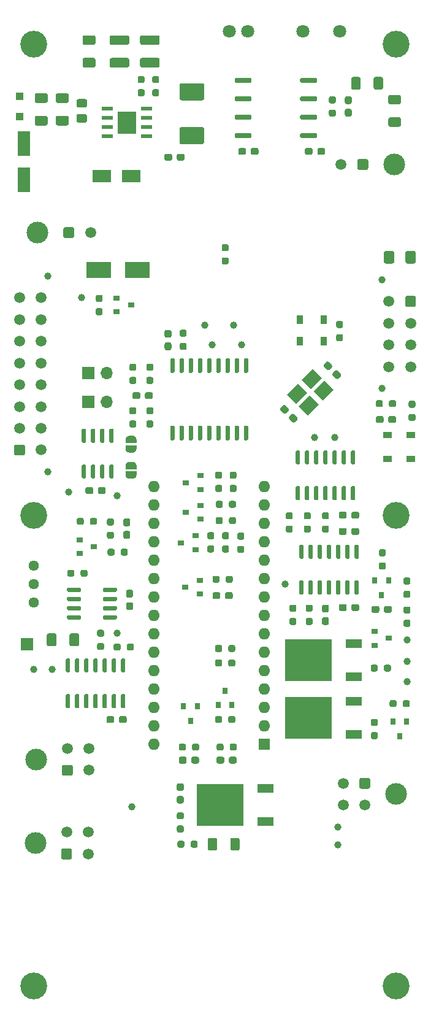
<source format=gts>
G04 #@! TF.GenerationSoftware,KiCad,Pcbnew,(5.1.10)-1*
G04 #@! TF.CreationDate,2022-01-30T14:23:45-06:00*
G04 #@! TF.ProjectId,22-ELC-1-01-R1,32322d45-4c43-42d3-912d-30312d52312e,rev?*
G04 #@! TF.SameCoordinates,Original*
G04 #@! TF.FileFunction,Soldermask,Top*
G04 #@! TF.FilePolarity,Negative*
%FSLAX46Y46*%
G04 Gerber Fmt 4.6, Leading zero omitted, Abs format (unit mm)*
G04 Created by KiCad (PCBNEW (5.1.10)-1) date 2022-01-30 14:23:45*
%MOMM*%
%LPD*%
G01*
G04 APERTURE LIST*
%ADD10R,2.500000X1.800000*%
%ADD11R,1.100000X1.100000*%
%ADD12C,3.000000*%
%ADD13C,1.500000*%
%ADD14C,1.000000*%
%ADD15O,1.600000X1.600000*%
%ADD16R,1.600000X1.600000*%
%ADD17R,1.800000X3.500000*%
%ADD18R,1.200000X0.900000*%
%ADD19R,0.900000X1.200000*%
%ADD20R,3.500000X2.300000*%
%ADD21C,3.700000*%
%ADD22R,1.700000X1.700000*%
%ADD23C,0.100000*%
%ADD24O,1.700000X1.700000*%
%ADD25R,0.900000X0.800000*%
%ADD26R,0.800000X0.900000*%
%ADD27R,2.200000X1.200000*%
%ADD28R,6.400000X5.800000*%
%ADD29C,1.440000*%
%ADD30R,2.600000X3.100000*%
%ADD31R,1.550000X0.600000*%
%ADD32C,1.800000*%
G04 APERTURE END LIST*
G36*
G01*
X112100000Y-141025000D02*
X112100000Y-139775000D01*
G75*
G02*
X112350000Y-139525000I250000J0D01*
G01*
X113150000Y-139525000D01*
G75*
G02*
X113400000Y-139775000I0J-250000D01*
G01*
X113400000Y-141025000D01*
G75*
G02*
X113150000Y-141275000I-250000J0D01*
G01*
X112350000Y-141275000D01*
G75*
G02*
X112100000Y-141025000I0J250000D01*
G01*
G37*
G36*
G01*
X109000000Y-141025000D02*
X109000000Y-139775000D01*
G75*
G02*
X109250000Y-139525000I250000J0D01*
G01*
X110050000Y-139525000D01*
G75*
G02*
X110300000Y-139775000I0J-250000D01*
G01*
X110300000Y-141025000D01*
G75*
G02*
X110050000Y-141275000I-250000J0D01*
G01*
X109250000Y-141275000D01*
G75*
G02*
X109000000Y-141025000I0J250000D01*
G01*
G37*
G36*
G01*
X88249999Y-39900000D02*
X89550001Y-39900000D01*
G75*
G02*
X89800000Y-40149999I0J-249999D01*
G01*
X89800000Y-40975001D01*
G75*
G02*
X89550001Y-41225000I-249999J0D01*
G01*
X88249999Y-41225000D01*
G75*
G02*
X88000000Y-40975001I0J249999D01*
G01*
X88000000Y-40149999D01*
G75*
G02*
X88249999Y-39900000I249999J0D01*
G01*
G37*
G36*
G01*
X88249999Y-36775000D02*
X89550001Y-36775000D01*
G75*
G02*
X89800000Y-37024999I0J-249999D01*
G01*
X89800000Y-37850001D01*
G75*
G02*
X89550001Y-38100000I-249999J0D01*
G01*
X88249999Y-38100000D01*
G75*
G02*
X88000000Y-37850001I0J249999D01*
G01*
X88000000Y-37024999D01*
G75*
G02*
X88249999Y-36775000I249999J0D01*
G01*
G37*
G36*
G01*
X91225000Y-111549997D02*
X91225000Y-112850003D01*
G75*
G02*
X90975003Y-113100000I-249997J0D01*
G01*
X90149997Y-113100000D01*
G75*
G02*
X89900000Y-112850003I0J249997D01*
G01*
X89900000Y-111549997D01*
G75*
G02*
X90149997Y-111300000I249997J0D01*
G01*
X90975003Y-111300000D01*
G75*
G02*
X91225000Y-111549997I0J-249997D01*
G01*
G37*
G36*
G01*
X88100000Y-111549997D02*
X88100000Y-112850003D01*
G75*
G02*
X87850003Y-113100000I-249997J0D01*
G01*
X87024997Y-113100000D01*
G75*
G02*
X86775000Y-112850003I0J249997D01*
G01*
X86775000Y-111549997D01*
G75*
G02*
X87024997Y-111300000I249997J0D01*
G01*
X87850003Y-111300000D01*
G75*
G02*
X88100000Y-111549997I0J-249997D01*
G01*
G37*
G36*
G01*
X93250001Y-30100000D02*
X91949999Y-30100000D01*
G75*
G02*
X91700000Y-29850001I0J249999D01*
G01*
X91700000Y-29024999D01*
G75*
G02*
X91949999Y-28775000I249999J0D01*
G01*
X93250001Y-28775000D01*
G75*
G02*
X93500000Y-29024999I0J-249999D01*
G01*
X93500000Y-29850001D01*
G75*
G02*
X93250001Y-30100000I-249999J0D01*
G01*
G37*
G36*
G01*
X93250001Y-33225000D02*
X91949999Y-33225000D01*
G75*
G02*
X91700000Y-32975001I0J249999D01*
G01*
X91700000Y-32149999D01*
G75*
G02*
X91949999Y-31900000I249999J0D01*
G01*
X93250001Y-31900000D01*
G75*
G02*
X93500000Y-32149999I0J-249999D01*
G01*
X93500000Y-32975001D01*
G75*
G02*
X93250001Y-33225000I-249999J0D01*
G01*
G37*
G36*
G01*
X85349999Y-39900000D02*
X86650001Y-39900000D01*
G75*
G02*
X86900000Y-40149999I0J-249999D01*
G01*
X86900000Y-40975001D01*
G75*
G02*
X86650001Y-41225000I-249999J0D01*
G01*
X85349999Y-41225000D01*
G75*
G02*
X85100000Y-40975001I0J249999D01*
G01*
X85100000Y-40149999D01*
G75*
G02*
X85349999Y-39900000I249999J0D01*
G01*
G37*
G36*
G01*
X85349999Y-36775000D02*
X86650001Y-36775000D01*
G75*
G02*
X86900000Y-37024999I0J-249999D01*
G01*
X86900000Y-37850001D01*
G75*
G02*
X86650001Y-38100000I-249999J0D01*
G01*
X85349999Y-38100000D01*
G75*
G02*
X85100000Y-37850001I0J249999D01*
G01*
X85100000Y-37024999D01*
G75*
G02*
X85349999Y-36775000I249999J0D01*
G01*
G37*
D10*
X98400000Y-48200000D03*
X94400000Y-48200000D03*
D11*
X83000000Y-37200000D03*
X83000000Y-40000000D03*
D12*
X135000000Y-133500000D03*
G36*
G01*
X130180000Y-131250000D02*
X131180000Y-131250000D01*
G75*
G02*
X131430000Y-131500000I0J-250000D01*
G01*
X131430000Y-132500000D01*
G75*
G02*
X131180000Y-132750000I-250000J0D01*
G01*
X130180000Y-132750000D01*
G75*
G02*
X129930000Y-132500000I0J250000D01*
G01*
X129930000Y-131500000D01*
G75*
G02*
X130180000Y-131250000I250000J0D01*
G01*
G37*
D13*
X130680000Y-135000000D03*
X127680000Y-132000000D03*
X127680000Y-135000000D03*
G36*
G01*
X129410000Y-99050000D02*
X129710000Y-99050000D01*
G75*
G02*
X129860000Y-99200000I0J-150000D01*
G01*
X129860000Y-100850000D01*
G75*
G02*
X129710000Y-101000000I-150000J0D01*
G01*
X129410000Y-101000000D01*
G75*
G02*
X129260000Y-100850000I0J150000D01*
G01*
X129260000Y-99200000D01*
G75*
G02*
X129410000Y-99050000I150000J0D01*
G01*
G37*
G36*
G01*
X128140000Y-99050000D02*
X128440000Y-99050000D01*
G75*
G02*
X128590000Y-99200000I0J-150000D01*
G01*
X128590000Y-100850000D01*
G75*
G02*
X128440000Y-101000000I-150000J0D01*
G01*
X128140000Y-101000000D01*
G75*
G02*
X127990000Y-100850000I0J150000D01*
G01*
X127990000Y-99200000D01*
G75*
G02*
X128140000Y-99050000I150000J0D01*
G01*
G37*
G36*
G01*
X126870000Y-99050000D02*
X127170000Y-99050000D01*
G75*
G02*
X127320000Y-99200000I0J-150000D01*
G01*
X127320000Y-100850000D01*
G75*
G02*
X127170000Y-101000000I-150000J0D01*
G01*
X126870000Y-101000000D01*
G75*
G02*
X126720000Y-100850000I0J150000D01*
G01*
X126720000Y-99200000D01*
G75*
G02*
X126870000Y-99050000I150000J0D01*
G01*
G37*
G36*
G01*
X125600000Y-99050000D02*
X125900000Y-99050000D01*
G75*
G02*
X126050000Y-99200000I0J-150000D01*
G01*
X126050000Y-100850000D01*
G75*
G02*
X125900000Y-101000000I-150000J0D01*
G01*
X125600000Y-101000000D01*
G75*
G02*
X125450000Y-100850000I0J150000D01*
G01*
X125450000Y-99200000D01*
G75*
G02*
X125600000Y-99050000I150000J0D01*
G01*
G37*
G36*
G01*
X124330000Y-99050000D02*
X124630000Y-99050000D01*
G75*
G02*
X124780000Y-99200000I0J-150000D01*
G01*
X124780000Y-100850000D01*
G75*
G02*
X124630000Y-101000000I-150000J0D01*
G01*
X124330000Y-101000000D01*
G75*
G02*
X124180000Y-100850000I0J150000D01*
G01*
X124180000Y-99200000D01*
G75*
G02*
X124330000Y-99050000I150000J0D01*
G01*
G37*
G36*
G01*
X123060000Y-99050000D02*
X123360000Y-99050000D01*
G75*
G02*
X123510000Y-99200000I0J-150000D01*
G01*
X123510000Y-100850000D01*
G75*
G02*
X123360000Y-101000000I-150000J0D01*
G01*
X123060000Y-101000000D01*
G75*
G02*
X122910000Y-100850000I0J150000D01*
G01*
X122910000Y-99200000D01*
G75*
G02*
X123060000Y-99050000I150000J0D01*
G01*
G37*
G36*
G01*
X121790000Y-99050000D02*
X122090000Y-99050000D01*
G75*
G02*
X122240000Y-99200000I0J-150000D01*
G01*
X122240000Y-100850000D01*
G75*
G02*
X122090000Y-101000000I-150000J0D01*
G01*
X121790000Y-101000000D01*
G75*
G02*
X121640000Y-100850000I0J150000D01*
G01*
X121640000Y-99200000D01*
G75*
G02*
X121790000Y-99050000I150000J0D01*
G01*
G37*
G36*
G01*
X121790000Y-104000000D02*
X122090000Y-104000000D01*
G75*
G02*
X122240000Y-104150000I0J-150000D01*
G01*
X122240000Y-105800000D01*
G75*
G02*
X122090000Y-105950000I-150000J0D01*
G01*
X121790000Y-105950000D01*
G75*
G02*
X121640000Y-105800000I0J150000D01*
G01*
X121640000Y-104150000D01*
G75*
G02*
X121790000Y-104000000I150000J0D01*
G01*
G37*
G36*
G01*
X123060000Y-104000000D02*
X123360000Y-104000000D01*
G75*
G02*
X123510000Y-104150000I0J-150000D01*
G01*
X123510000Y-105800000D01*
G75*
G02*
X123360000Y-105950000I-150000J0D01*
G01*
X123060000Y-105950000D01*
G75*
G02*
X122910000Y-105800000I0J150000D01*
G01*
X122910000Y-104150000D01*
G75*
G02*
X123060000Y-104000000I150000J0D01*
G01*
G37*
G36*
G01*
X124330000Y-104000000D02*
X124630000Y-104000000D01*
G75*
G02*
X124780000Y-104150000I0J-150000D01*
G01*
X124780000Y-105800000D01*
G75*
G02*
X124630000Y-105950000I-150000J0D01*
G01*
X124330000Y-105950000D01*
G75*
G02*
X124180000Y-105800000I0J150000D01*
G01*
X124180000Y-104150000D01*
G75*
G02*
X124330000Y-104000000I150000J0D01*
G01*
G37*
G36*
G01*
X125600000Y-104000000D02*
X125900000Y-104000000D01*
G75*
G02*
X126050000Y-104150000I0J-150000D01*
G01*
X126050000Y-105800000D01*
G75*
G02*
X125900000Y-105950000I-150000J0D01*
G01*
X125600000Y-105950000D01*
G75*
G02*
X125450000Y-105800000I0J150000D01*
G01*
X125450000Y-104150000D01*
G75*
G02*
X125600000Y-104000000I150000J0D01*
G01*
G37*
G36*
G01*
X126870000Y-104000000D02*
X127170000Y-104000000D01*
G75*
G02*
X127320000Y-104150000I0J-150000D01*
G01*
X127320000Y-105800000D01*
G75*
G02*
X127170000Y-105950000I-150000J0D01*
G01*
X126870000Y-105950000D01*
G75*
G02*
X126720000Y-105800000I0J150000D01*
G01*
X126720000Y-104150000D01*
G75*
G02*
X126870000Y-104000000I150000J0D01*
G01*
G37*
G36*
G01*
X128140000Y-104000000D02*
X128440000Y-104000000D01*
G75*
G02*
X128590000Y-104150000I0J-150000D01*
G01*
X128590000Y-105800000D01*
G75*
G02*
X128440000Y-105950000I-150000J0D01*
G01*
X128140000Y-105950000D01*
G75*
G02*
X127990000Y-105800000I0J150000D01*
G01*
X127990000Y-104150000D01*
G75*
G02*
X128140000Y-104000000I150000J0D01*
G01*
G37*
G36*
G01*
X129410000Y-104000000D02*
X129710000Y-104000000D01*
G75*
G02*
X129860000Y-104150000I0J-150000D01*
G01*
X129860000Y-105800000D01*
G75*
G02*
X129710000Y-105950000I-150000J0D01*
G01*
X129410000Y-105950000D01*
G75*
G02*
X129260000Y-105800000I0J150000D01*
G01*
X129260000Y-104150000D01*
G75*
G02*
X129410000Y-104000000I150000J0D01*
G01*
G37*
D14*
X87500000Y-116250000D03*
D15*
X101570000Y-91040000D03*
X116810000Y-91040000D03*
X101570000Y-126600000D03*
X116810000Y-93580000D03*
X101570000Y-124060000D03*
X116810000Y-96120000D03*
X101570000Y-121520000D03*
X116810000Y-98660000D03*
X101570000Y-118980000D03*
X116810000Y-101200000D03*
X101570000Y-116440000D03*
X116810000Y-103740000D03*
X101570000Y-113900000D03*
X116810000Y-106280000D03*
X101570000Y-111360000D03*
X116810000Y-108820000D03*
X101570000Y-108820000D03*
X116810000Y-111360000D03*
X101570000Y-106280000D03*
X116810000Y-113900000D03*
X101570000Y-103740000D03*
X116810000Y-116440000D03*
X101570000Y-101200000D03*
X116810000Y-118980000D03*
X101570000Y-98660000D03*
X116810000Y-121520000D03*
X101570000Y-96120000D03*
X116810000Y-124060000D03*
X101570000Y-93580000D03*
D16*
X116810000Y-126600000D03*
D13*
X127400000Y-46600000D03*
G36*
G01*
X129900000Y-45850000D02*
X130900000Y-45850000D01*
G75*
G02*
X131150000Y-46100000I0J-250000D01*
G01*
X131150000Y-47100000D01*
G75*
G02*
X130900000Y-47350000I-250000J0D01*
G01*
X129900000Y-47350000D01*
G75*
G02*
X129650000Y-47100000I0J250000D01*
G01*
X129650000Y-46100000D01*
G75*
G02*
X129900000Y-45850000I250000J0D01*
G01*
G37*
D12*
X134720000Y-46600000D03*
G36*
G01*
X132200000Y-82037500D02*
X132200000Y-81562500D01*
G75*
G02*
X132437500Y-81325000I237500J0D01*
G01*
X133037500Y-81325000D01*
G75*
G02*
X133275000Y-81562500I0J-237500D01*
G01*
X133275000Y-82037500D01*
G75*
G02*
X133037500Y-82275000I-237500J0D01*
G01*
X132437500Y-82275000D01*
G75*
G02*
X132200000Y-82037500I0J237500D01*
G01*
G37*
G36*
G01*
X133925000Y-82037500D02*
X133925000Y-81562500D01*
G75*
G02*
X134162500Y-81325000I237500J0D01*
G01*
X134762500Y-81325000D01*
G75*
G02*
X135000000Y-81562500I0J-237500D01*
G01*
X135000000Y-82037500D01*
G75*
G02*
X134762500Y-82275000I-237500J0D01*
G01*
X134162500Y-82275000D01*
G75*
G02*
X133925000Y-82037500I0J237500D01*
G01*
G37*
G36*
G01*
X91125000Y-37575000D02*
X92075000Y-37575000D01*
G75*
G02*
X92325000Y-37825000I0J-250000D01*
G01*
X92325000Y-38500000D01*
G75*
G02*
X92075000Y-38750000I-250000J0D01*
G01*
X91125000Y-38750000D01*
G75*
G02*
X90875000Y-38500000I0J250000D01*
G01*
X90875000Y-37825000D01*
G75*
G02*
X91125000Y-37575000I250000J0D01*
G01*
G37*
G36*
G01*
X91125000Y-39650000D02*
X92075000Y-39650000D01*
G75*
G02*
X92325000Y-39900000I0J-250000D01*
G01*
X92325000Y-40575000D01*
G75*
G02*
X92075000Y-40825000I-250000J0D01*
G01*
X91125000Y-40825000D01*
G75*
G02*
X90875000Y-40575000I0J250000D01*
G01*
X90875000Y-39900000D01*
G75*
G02*
X91125000Y-39650000I250000J0D01*
G01*
G37*
G36*
G01*
X104075000Y-45362500D02*
X104075000Y-45837500D01*
G75*
G02*
X103837500Y-46075000I-237500J0D01*
G01*
X103237500Y-46075000D01*
G75*
G02*
X103000000Y-45837500I0J237500D01*
G01*
X103000000Y-45362500D01*
G75*
G02*
X103237500Y-45125000I237500J0D01*
G01*
X103837500Y-45125000D01*
G75*
G02*
X104075000Y-45362500I0J-237500D01*
G01*
G37*
G36*
G01*
X105800000Y-45362500D02*
X105800000Y-45837500D01*
G75*
G02*
X105562500Y-46075000I-237500J0D01*
G01*
X104962500Y-46075000D01*
G75*
G02*
X104725000Y-45837500I0J237500D01*
G01*
X104725000Y-45362500D01*
G75*
G02*
X104962500Y-45125000I237500J0D01*
G01*
X105562500Y-45125000D01*
G75*
G02*
X105800000Y-45362500I0J-237500D01*
G01*
G37*
G36*
G01*
X102100003Y-33225000D02*
X99899997Y-33225000D01*
G75*
G02*
X99650000Y-32975003I0J249997D01*
G01*
X99650000Y-32149997D01*
G75*
G02*
X99899997Y-31900000I249997J0D01*
G01*
X102100003Y-31900000D01*
G75*
G02*
X102350000Y-32149997I0J-249997D01*
G01*
X102350000Y-32975003D01*
G75*
G02*
X102100003Y-33225000I-249997J0D01*
G01*
G37*
G36*
G01*
X102100003Y-30100000D02*
X99899997Y-30100000D01*
G75*
G02*
X99650000Y-29850003I0J249997D01*
G01*
X99650000Y-29024997D01*
G75*
G02*
X99899997Y-28775000I249997J0D01*
G01*
X102100003Y-28775000D01*
G75*
G02*
X102350000Y-29024997I0J-249997D01*
G01*
X102350000Y-29850003D01*
G75*
G02*
X102100003Y-30100000I-249997J0D01*
G01*
G37*
G36*
G01*
X97900003Y-33225000D02*
X95699997Y-33225000D01*
G75*
G02*
X95450000Y-32975003I0J249997D01*
G01*
X95450000Y-32149997D01*
G75*
G02*
X95699997Y-31900000I249997J0D01*
G01*
X97900003Y-31900000D01*
G75*
G02*
X98150000Y-32149997I0J-249997D01*
G01*
X98150000Y-32975003D01*
G75*
G02*
X97900003Y-33225000I-249997J0D01*
G01*
G37*
G36*
G01*
X97900003Y-30100000D02*
X95699997Y-30100000D01*
G75*
G02*
X95450000Y-29850003I0J249997D01*
G01*
X95450000Y-29024997D01*
G75*
G02*
X95699997Y-28775000I249997J0D01*
G01*
X97900003Y-28775000D01*
G75*
G02*
X98150000Y-29024997I0J-249997D01*
G01*
X98150000Y-29850003D01*
G75*
G02*
X97900003Y-30100000I-249997J0D01*
G01*
G37*
G36*
G01*
X111375000Y-106337500D02*
X111375000Y-105862500D01*
G75*
G02*
X111612500Y-105625000I237500J0D01*
G01*
X112212500Y-105625000D01*
G75*
G02*
X112450000Y-105862500I0J-237500D01*
G01*
X112450000Y-106337500D01*
G75*
G02*
X112212500Y-106575000I-237500J0D01*
G01*
X111612500Y-106575000D01*
G75*
G02*
X111375000Y-106337500I0J237500D01*
G01*
G37*
G36*
G01*
X109650000Y-106337500D02*
X109650000Y-105862500D01*
G75*
G02*
X109887500Y-105625000I237500J0D01*
G01*
X110487500Y-105625000D01*
G75*
G02*
X110725000Y-105862500I0J-237500D01*
G01*
X110725000Y-106337500D01*
G75*
G02*
X110487500Y-106575000I-237500J0D01*
G01*
X109887500Y-106575000D01*
G75*
G02*
X109650000Y-106337500I0J237500D01*
G01*
G37*
G36*
G01*
X127100000Y-95237500D02*
X127100000Y-94762500D01*
G75*
G02*
X127337500Y-94525000I237500J0D01*
G01*
X127937500Y-94525000D01*
G75*
G02*
X128175000Y-94762500I0J-237500D01*
G01*
X128175000Y-95237500D01*
G75*
G02*
X127937500Y-95475000I-237500J0D01*
G01*
X127337500Y-95475000D01*
G75*
G02*
X127100000Y-95237500I0J237500D01*
G01*
G37*
G36*
G01*
X128825000Y-95237500D02*
X128825000Y-94762500D01*
G75*
G02*
X129062500Y-94525000I237500J0D01*
G01*
X129662500Y-94525000D01*
G75*
G02*
X129900000Y-94762500I0J-237500D01*
G01*
X129900000Y-95237500D01*
G75*
G02*
X129662500Y-95475000I-237500J0D01*
G01*
X129062500Y-95475000D01*
G75*
G02*
X128825000Y-95237500I0J237500D01*
G01*
G37*
G36*
G01*
X127100000Y-107987500D02*
X127100000Y-107512500D01*
G75*
G02*
X127337500Y-107275000I237500J0D01*
G01*
X127937500Y-107275000D01*
G75*
G02*
X128175000Y-107512500I0J-237500D01*
G01*
X128175000Y-107987500D01*
G75*
G02*
X127937500Y-108225000I-237500J0D01*
G01*
X127337500Y-108225000D01*
G75*
G02*
X127100000Y-107987500I0J237500D01*
G01*
G37*
G36*
G01*
X128825000Y-107987500D02*
X128825000Y-107512500D01*
G75*
G02*
X129062500Y-107275000I237500J0D01*
G01*
X129662500Y-107275000D01*
G75*
G02*
X129900000Y-107512500I0J-237500D01*
G01*
X129900000Y-107987500D01*
G75*
G02*
X129662500Y-108225000I-237500J0D01*
G01*
X129062500Y-108225000D01*
G75*
G02*
X128825000Y-107987500I0J237500D01*
G01*
G37*
G36*
G01*
X128175000Y-97012500D02*
X128175000Y-97487500D01*
G75*
G02*
X127937500Y-97725000I-237500J0D01*
G01*
X127337500Y-97725000D01*
G75*
G02*
X127100000Y-97487500I0J237500D01*
G01*
X127100000Y-97012500D01*
G75*
G02*
X127337500Y-96775000I237500J0D01*
G01*
X127937500Y-96775000D01*
G75*
G02*
X128175000Y-97012500I0J-237500D01*
G01*
G37*
G36*
G01*
X129900000Y-97012500D02*
X129900000Y-97487500D01*
G75*
G02*
X129662500Y-97725000I-237500J0D01*
G01*
X129062500Y-97725000D01*
G75*
G02*
X128825000Y-97487500I0J237500D01*
G01*
X128825000Y-97012500D01*
G75*
G02*
X129062500Y-96775000I237500J0D01*
G01*
X129662500Y-96775000D01*
G75*
G02*
X129900000Y-97012500I0J-237500D01*
G01*
G37*
G36*
G01*
X125487500Y-110150000D02*
X125012500Y-110150000D01*
G75*
G02*
X124775000Y-109912500I0J237500D01*
G01*
X124775000Y-109312500D01*
G75*
G02*
X125012500Y-109075000I237500J0D01*
G01*
X125487500Y-109075000D01*
G75*
G02*
X125725000Y-109312500I0J-237500D01*
G01*
X125725000Y-109912500D01*
G75*
G02*
X125487500Y-110150000I-237500J0D01*
G01*
G37*
G36*
G01*
X125487500Y-108425000D02*
X125012500Y-108425000D01*
G75*
G02*
X124775000Y-108187500I0J237500D01*
G01*
X124775000Y-107587500D01*
G75*
G02*
X125012500Y-107350000I237500J0D01*
G01*
X125487500Y-107350000D01*
G75*
G02*
X125725000Y-107587500I0J-237500D01*
G01*
X125725000Y-108187500D01*
G75*
G02*
X125487500Y-108425000I-237500J0D01*
G01*
G37*
G36*
G01*
X134400000Y-107762500D02*
X134400000Y-108237500D01*
G75*
G02*
X134162500Y-108475000I-237500J0D01*
G01*
X133562500Y-108475000D01*
G75*
G02*
X133325000Y-108237500I0J237500D01*
G01*
X133325000Y-107762500D01*
G75*
G02*
X133562500Y-107525000I237500J0D01*
G01*
X134162500Y-107525000D01*
G75*
G02*
X134400000Y-107762500I0J-237500D01*
G01*
G37*
G36*
G01*
X132675000Y-107762500D02*
X132675000Y-108237500D01*
G75*
G02*
X132437500Y-108475000I-237500J0D01*
G01*
X131837500Y-108475000D01*
G75*
G02*
X131600000Y-108237500I0J237500D01*
G01*
X131600000Y-107762500D01*
G75*
G02*
X131837500Y-107525000I237500J0D01*
G01*
X132437500Y-107525000D01*
G75*
G02*
X132675000Y-107762500I0J-237500D01*
G01*
G37*
G36*
G01*
X97962500Y-107025000D02*
X98437500Y-107025000D01*
G75*
G02*
X98675000Y-107262500I0J-237500D01*
G01*
X98675000Y-107862500D01*
G75*
G02*
X98437500Y-108100000I-237500J0D01*
G01*
X97962500Y-108100000D01*
G75*
G02*
X97725000Y-107862500I0J237500D01*
G01*
X97725000Y-107262500D01*
G75*
G02*
X97962500Y-107025000I237500J0D01*
G01*
G37*
G36*
G01*
X97962500Y-105300000D02*
X98437500Y-105300000D01*
G75*
G02*
X98675000Y-105537500I0J-237500D01*
G01*
X98675000Y-106137500D01*
G75*
G02*
X98437500Y-106375000I-237500J0D01*
G01*
X97962500Y-106375000D01*
G75*
G02*
X97725000Y-106137500I0J237500D01*
G01*
X97725000Y-105537500D01*
G75*
G02*
X97962500Y-105300000I237500J0D01*
G01*
G37*
G36*
G01*
X96075000Y-122962500D02*
X96075000Y-123437500D01*
G75*
G02*
X95837500Y-123675000I-237500J0D01*
G01*
X95237500Y-123675000D01*
G75*
G02*
X95000000Y-123437500I0J237500D01*
G01*
X95000000Y-122962500D01*
G75*
G02*
X95237500Y-122725000I237500J0D01*
G01*
X95837500Y-122725000D01*
G75*
G02*
X96075000Y-122962500I0J-237500D01*
G01*
G37*
G36*
G01*
X97800000Y-122962500D02*
X97800000Y-123437500D01*
G75*
G02*
X97562500Y-123675000I-237500J0D01*
G01*
X96962500Y-123675000D01*
G75*
G02*
X96725000Y-123437500I0J237500D01*
G01*
X96725000Y-122962500D01*
G75*
G02*
X96962500Y-122725000I237500J0D01*
G01*
X97562500Y-122725000D01*
G75*
G02*
X97800000Y-122962500I0J-237500D01*
G01*
G37*
G36*
G01*
X127348008Y-75822012D02*
X127012132Y-76157888D01*
G75*
G02*
X126676256Y-76157888I-167938J167938D01*
G01*
X126251992Y-75733624D01*
G75*
G02*
X126251992Y-75397748I167938J167938D01*
G01*
X126587868Y-75061872D01*
G75*
G02*
X126923744Y-75061872I167938J-167938D01*
G01*
X127348008Y-75486136D01*
G75*
G02*
X127348008Y-75822012I-167938J-167938D01*
G01*
G37*
G36*
G01*
X126128248Y-74602252D02*
X125792372Y-74938128D01*
G75*
G02*
X125456496Y-74938128I-167938J167938D01*
G01*
X125032232Y-74513864D01*
G75*
G02*
X125032232Y-74177988I167938J167938D01*
G01*
X125368108Y-73842112D01*
G75*
G02*
X125703984Y-73842112I167938J-167938D01*
G01*
X126128248Y-74266376D01*
G75*
G02*
X126128248Y-74602252I-167938J-167938D01*
G01*
G37*
G36*
G01*
X120138128Y-80602252D02*
X119802252Y-80938128D01*
G75*
G02*
X119466376Y-80938128I-167938J167938D01*
G01*
X119042112Y-80513864D01*
G75*
G02*
X119042112Y-80177988I167938J167938D01*
G01*
X119377988Y-79842112D01*
G75*
G02*
X119713864Y-79842112I167938J-167938D01*
G01*
X120138128Y-80266376D01*
G75*
G02*
X120138128Y-80602252I-167938J-167938D01*
G01*
G37*
G36*
G01*
X121357888Y-81822012D02*
X121022012Y-82157888D01*
G75*
G02*
X120686136Y-82157888I-167938J167938D01*
G01*
X120261872Y-81733624D01*
G75*
G02*
X120261872Y-81397748I167938J167938D01*
G01*
X120597748Y-81061872D01*
G75*
G02*
X120933624Y-81061872I167938J-167938D01*
G01*
X121357888Y-81486136D01*
G75*
G02*
X121357888Y-81822012I-167938J-167938D01*
G01*
G37*
G36*
G01*
X103262500Y-69437500D02*
X103737500Y-69437500D01*
G75*
G02*
X103975000Y-69675000I0J-237500D01*
G01*
X103975000Y-70275000D01*
G75*
G02*
X103737500Y-70512500I-237500J0D01*
G01*
X103262500Y-70512500D01*
G75*
G02*
X103025000Y-70275000I0J237500D01*
G01*
X103025000Y-69675000D01*
G75*
G02*
X103262500Y-69437500I237500J0D01*
G01*
G37*
G36*
G01*
X103262500Y-71162500D02*
X103737500Y-71162500D01*
G75*
G02*
X103975000Y-71400000I0J-237500D01*
G01*
X103975000Y-72000000D01*
G75*
G02*
X103737500Y-72237500I-237500J0D01*
G01*
X103262500Y-72237500D01*
G75*
G02*
X103025000Y-72000000I0J237500D01*
G01*
X103025000Y-71400000D01*
G75*
G02*
X103262500Y-71162500I237500J0D01*
G01*
G37*
G36*
G01*
X92100000Y-91837500D02*
X92100000Y-91362500D01*
G75*
G02*
X92337500Y-91125000I237500J0D01*
G01*
X92937500Y-91125000D01*
G75*
G02*
X93175000Y-91362500I0J-237500D01*
G01*
X93175000Y-91837500D01*
G75*
G02*
X92937500Y-92075000I-237500J0D01*
G01*
X92337500Y-92075000D01*
G75*
G02*
X92100000Y-91837500I0J237500D01*
G01*
G37*
G36*
G01*
X93825000Y-91837500D02*
X93825000Y-91362500D01*
G75*
G02*
X94062500Y-91125000I237500J0D01*
G01*
X94662500Y-91125000D01*
G75*
G02*
X94900000Y-91362500I0J-237500D01*
G01*
X94900000Y-91837500D01*
G75*
G02*
X94662500Y-92075000I-237500J0D01*
G01*
X94062500Y-92075000D01*
G75*
G02*
X93825000Y-91837500I0J237500D01*
G01*
G37*
G36*
G01*
X100325000Y-78737500D02*
X100325000Y-78262500D01*
G75*
G02*
X100562500Y-78025000I237500J0D01*
G01*
X101162500Y-78025000D01*
G75*
G02*
X101400000Y-78262500I0J-237500D01*
G01*
X101400000Y-78737500D01*
G75*
G02*
X101162500Y-78975000I-237500J0D01*
G01*
X100562500Y-78975000D01*
G75*
G02*
X100325000Y-78737500I0J237500D01*
G01*
G37*
G36*
G01*
X98600000Y-78737500D02*
X98600000Y-78262500D01*
G75*
G02*
X98837500Y-78025000I237500J0D01*
G01*
X99437500Y-78025000D01*
G75*
G02*
X99675000Y-78262500I0J-237500D01*
G01*
X99675000Y-78737500D01*
G75*
G02*
X99437500Y-78975000I-237500J0D01*
G01*
X98837500Y-78975000D01*
G75*
G02*
X98600000Y-78737500I0J237500D01*
G01*
G37*
G36*
G01*
X128637500Y-38275000D02*
X128162500Y-38275000D01*
G75*
G02*
X127925000Y-38037500I0J237500D01*
G01*
X127925000Y-37437500D01*
G75*
G02*
X128162500Y-37200000I237500J0D01*
G01*
X128637500Y-37200000D01*
G75*
G02*
X128875000Y-37437500I0J-237500D01*
G01*
X128875000Y-38037500D01*
G75*
G02*
X128637500Y-38275000I-237500J0D01*
G01*
G37*
G36*
G01*
X128637500Y-40000000D02*
X128162500Y-40000000D01*
G75*
G02*
X127925000Y-39762500I0J237500D01*
G01*
X127925000Y-39162500D01*
G75*
G02*
X128162500Y-38925000I237500J0D01*
G01*
X128637500Y-38925000D01*
G75*
G02*
X128875000Y-39162500I0J-237500D01*
G01*
X128875000Y-39762500D01*
G75*
G02*
X128637500Y-40000000I-237500J0D01*
G01*
G37*
G36*
G01*
X123475000Y-44562500D02*
X123475000Y-45037500D01*
G75*
G02*
X123237500Y-45275000I-237500J0D01*
G01*
X122637500Y-45275000D01*
G75*
G02*
X122400000Y-45037500I0J237500D01*
G01*
X122400000Y-44562500D01*
G75*
G02*
X122637500Y-44325000I237500J0D01*
G01*
X123237500Y-44325000D01*
G75*
G02*
X123475000Y-44562500I0J-237500D01*
G01*
G37*
G36*
G01*
X125200000Y-44562500D02*
X125200000Y-45037500D01*
G75*
G02*
X124962500Y-45275000I-237500J0D01*
G01*
X124362500Y-45275000D01*
G75*
G02*
X124125000Y-45037500I0J237500D01*
G01*
X124125000Y-44562500D01*
G75*
G02*
X124362500Y-44325000I237500J0D01*
G01*
X124962500Y-44325000D01*
G75*
G02*
X125200000Y-44562500I0J-237500D01*
G01*
G37*
G36*
G01*
X116000000Y-44562500D02*
X116000000Y-45037500D01*
G75*
G02*
X115762500Y-45275000I-237500J0D01*
G01*
X115162500Y-45275000D01*
G75*
G02*
X114925000Y-45037500I0J237500D01*
G01*
X114925000Y-44562500D01*
G75*
G02*
X115162500Y-44325000I237500J0D01*
G01*
X115762500Y-44325000D01*
G75*
G02*
X116000000Y-44562500I0J-237500D01*
G01*
G37*
G36*
G01*
X114275000Y-44562500D02*
X114275000Y-45037500D01*
G75*
G02*
X114037500Y-45275000I-237500J0D01*
G01*
X113437500Y-45275000D01*
G75*
G02*
X113200000Y-45037500I0J237500D01*
G01*
X113200000Y-44562500D01*
G75*
G02*
X113437500Y-44325000I237500J0D01*
G01*
X114037500Y-44325000D01*
G75*
G02*
X114275000Y-44562500I0J-237500D01*
G01*
G37*
G36*
G01*
X106725000Y-129037500D02*
X106725000Y-128562500D01*
G75*
G02*
X106962500Y-128325000I237500J0D01*
G01*
X107562500Y-128325000D01*
G75*
G02*
X107800000Y-128562500I0J-237500D01*
G01*
X107800000Y-129037500D01*
G75*
G02*
X107562500Y-129275000I-237500J0D01*
G01*
X106962500Y-129275000D01*
G75*
G02*
X106725000Y-129037500I0J237500D01*
G01*
G37*
G36*
G01*
X105000000Y-129037500D02*
X105000000Y-128562500D01*
G75*
G02*
X105237500Y-128325000I237500J0D01*
G01*
X105837500Y-128325000D01*
G75*
G02*
X106075000Y-128562500I0J-237500D01*
G01*
X106075000Y-129037500D01*
G75*
G02*
X105837500Y-129275000I-237500J0D01*
G01*
X105237500Y-129275000D01*
G75*
G02*
X105000000Y-129037500I0J237500D01*
G01*
G37*
G36*
G01*
X113000000Y-128562500D02*
X113000000Y-129037500D01*
G75*
G02*
X112762500Y-129275000I-237500J0D01*
G01*
X112162500Y-129275000D01*
G75*
G02*
X111925000Y-129037500I0J237500D01*
G01*
X111925000Y-128562500D01*
G75*
G02*
X112162500Y-128325000I237500J0D01*
G01*
X112762500Y-128325000D01*
G75*
G02*
X113000000Y-128562500I0J-237500D01*
G01*
G37*
G36*
G01*
X111275000Y-128562500D02*
X111275000Y-129037500D01*
G75*
G02*
X111037500Y-129275000I-237500J0D01*
G01*
X110437500Y-129275000D01*
G75*
G02*
X110200000Y-129037500I0J237500D01*
G01*
X110200000Y-128562500D01*
G75*
G02*
X110437500Y-128325000I237500J0D01*
G01*
X111037500Y-128325000D01*
G75*
G02*
X111275000Y-128562500I0J-237500D01*
G01*
G37*
G36*
G01*
X98037500Y-96525000D02*
X97562500Y-96525000D01*
G75*
G02*
X97325000Y-96287500I0J237500D01*
G01*
X97325000Y-95687500D01*
G75*
G02*
X97562500Y-95450000I237500J0D01*
G01*
X98037500Y-95450000D01*
G75*
G02*
X98275000Y-95687500I0J-237500D01*
G01*
X98275000Y-96287500D01*
G75*
G02*
X98037500Y-96525000I-237500J0D01*
G01*
G37*
G36*
G01*
X98037500Y-98250000D02*
X97562500Y-98250000D01*
G75*
G02*
X97325000Y-98012500I0J237500D01*
G01*
X97325000Y-97412500D01*
G75*
G02*
X97562500Y-97175000I237500J0D01*
G01*
X98037500Y-97175000D01*
G75*
G02*
X98275000Y-97412500I0J-237500D01*
G01*
X98275000Y-98012500D01*
G75*
G02*
X98037500Y-98250000I-237500J0D01*
G01*
G37*
D17*
X83600000Y-43700000D03*
X83600000Y-48700000D03*
D18*
X137000000Y-83950000D03*
X137000000Y-87250000D03*
X133800000Y-83950000D03*
X133800000Y-87250000D03*
D19*
X125050000Y-71000000D03*
X121750000Y-71000000D03*
X125050000Y-68000000D03*
X121750000Y-68000000D03*
D20*
X93900000Y-61200000D03*
X99300000Y-61200000D03*
G36*
G01*
X104962500Y-132000000D02*
X105437500Y-132000000D01*
G75*
G02*
X105675000Y-132237500I0J-237500D01*
G01*
X105675000Y-132812500D01*
G75*
G02*
X105437500Y-133050000I-237500J0D01*
G01*
X104962500Y-133050000D01*
G75*
G02*
X104725000Y-132812500I0J237500D01*
G01*
X104725000Y-132237500D01*
G75*
G02*
X104962500Y-132000000I237500J0D01*
G01*
G37*
G36*
G01*
X104962500Y-133750000D02*
X105437500Y-133750000D01*
G75*
G02*
X105675000Y-133987500I0J-237500D01*
G01*
X105675000Y-134562500D01*
G75*
G02*
X105437500Y-134800000I-237500J0D01*
G01*
X104962500Y-134800000D01*
G75*
G02*
X104725000Y-134562500I0J237500D01*
G01*
X104725000Y-133987500D01*
G75*
G02*
X104962500Y-133750000I237500J0D01*
G01*
G37*
G36*
G01*
X133312500Y-60025000D02*
X133312500Y-58775000D01*
G75*
G02*
X133562500Y-58525000I250000J0D01*
G01*
X134487500Y-58525000D01*
G75*
G02*
X134737500Y-58775000I0J-250000D01*
G01*
X134737500Y-60025000D01*
G75*
G02*
X134487500Y-60275000I-250000J0D01*
G01*
X133562500Y-60275000D01*
G75*
G02*
X133312500Y-60025000I0J250000D01*
G01*
G37*
G36*
G01*
X136287500Y-60025000D02*
X136287500Y-58775000D01*
G75*
G02*
X136537500Y-58525000I250000J0D01*
G01*
X137462500Y-58525000D01*
G75*
G02*
X137712500Y-58775000I0J-250000D01*
G01*
X137712500Y-60025000D01*
G75*
G02*
X137462500Y-60275000I-250000J0D01*
G01*
X136537500Y-60275000D01*
G75*
G02*
X136287500Y-60025000I0J250000D01*
G01*
G37*
D21*
X85000000Y-30000000D03*
X135000000Y-30000000D03*
X85000000Y-95000000D03*
X135000000Y-95000000D03*
X85000000Y-160000000D03*
X135000000Y-160000000D03*
D14*
X86940000Y-89000000D03*
X86940000Y-62000000D03*
G36*
G01*
X83500000Y-86750000D02*
X82500000Y-86750000D01*
G75*
G02*
X82250000Y-86500000I0J250000D01*
G01*
X82250000Y-85500000D01*
G75*
G02*
X82500000Y-85250000I250000J0D01*
G01*
X83500000Y-85250000D01*
G75*
G02*
X83750000Y-85500000I0J-250000D01*
G01*
X83750000Y-86500000D01*
G75*
G02*
X83500000Y-86750000I-250000J0D01*
G01*
G37*
D13*
X83000000Y-83000000D03*
X83000000Y-80000000D03*
X83000000Y-77000000D03*
X83000000Y-74000000D03*
X83000000Y-71000000D03*
X83000000Y-68000000D03*
X83000000Y-65000000D03*
X86000000Y-86000000D03*
X86000000Y-83000000D03*
X86000000Y-80000000D03*
X86000000Y-77000000D03*
X86000000Y-74000000D03*
X86000000Y-71000000D03*
X86000000Y-68000000D03*
X86000000Y-65000000D03*
D14*
X133060000Y-62500000D03*
X133060000Y-77500000D03*
G36*
G01*
X136500000Y-64750000D02*
X137500000Y-64750000D01*
G75*
G02*
X137750000Y-65000000I0J-250000D01*
G01*
X137750000Y-66000000D01*
G75*
G02*
X137500000Y-66250000I-250000J0D01*
G01*
X136500000Y-66250000D01*
G75*
G02*
X136250000Y-66000000I0J250000D01*
G01*
X136250000Y-65000000D01*
G75*
G02*
X136500000Y-64750000I250000J0D01*
G01*
G37*
D13*
X137000000Y-68500000D03*
X137000000Y-71500000D03*
X137000000Y-74500000D03*
X134000000Y-65500000D03*
X134000000Y-68500000D03*
X134000000Y-71500000D03*
X134000000Y-74500000D03*
D12*
X85280000Y-128700000D03*
G36*
G01*
X90100000Y-130950000D02*
X89100000Y-130950000D01*
G75*
G02*
X88850000Y-130700000I0J250000D01*
G01*
X88850000Y-129700000D01*
G75*
G02*
X89100000Y-129450000I250000J0D01*
G01*
X90100000Y-129450000D01*
G75*
G02*
X90350000Y-129700000I0J-250000D01*
G01*
X90350000Y-130700000D01*
G75*
G02*
X90100000Y-130950000I-250000J0D01*
G01*
G37*
D13*
X89600000Y-127200000D03*
X92600000Y-130200000D03*
X92600000Y-127200000D03*
D22*
X84000000Y-112800000D03*
D12*
X85480000Y-56000000D03*
G36*
G01*
X90300000Y-56750000D02*
X89300000Y-56750000D01*
G75*
G02*
X89050000Y-56500000I0J250000D01*
G01*
X89050000Y-55500000D01*
G75*
G02*
X89300000Y-55250000I250000J0D01*
G01*
X90300000Y-55250000D01*
G75*
G02*
X90550000Y-55500000I0J-250000D01*
G01*
X90550000Y-56500000D01*
G75*
G02*
X90300000Y-56750000I-250000J0D01*
G01*
G37*
D13*
X92800000Y-56000000D03*
X92500000Y-138750000D03*
X92500000Y-141750000D03*
X89500000Y-138750000D03*
G36*
G01*
X90000000Y-142500000D02*
X89000000Y-142500000D01*
G75*
G02*
X88750000Y-142250000I0J250000D01*
G01*
X88750000Y-141250000D01*
G75*
G02*
X89000000Y-141000000I250000J0D01*
G01*
X90000000Y-141000000D01*
G75*
G02*
X90250000Y-141250000I0J-250000D01*
G01*
X90250000Y-142250000D01*
G75*
G02*
X90000000Y-142500000I-250000J0D01*
G01*
G37*
D12*
X85180000Y-140250000D03*
D23*
G36*
X97650000Y-85050000D02*
G01*
X97650000Y-84550000D01*
X97650602Y-84550000D01*
X97650602Y-84525466D01*
X97655412Y-84476635D01*
X97664984Y-84428510D01*
X97679228Y-84381555D01*
X97698005Y-84336222D01*
X97721136Y-84292949D01*
X97748396Y-84252150D01*
X97779524Y-84214221D01*
X97814221Y-84179524D01*
X97852150Y-84148396D01*
X97892949Y-84121136D01*
X97936222Y-84098005D01*
X97981555Y-84079228D01*
X98028510Y-84064984D01*
X98076635Y-84055412D01*
X98125466Y-84050602D01*
X98150000Y-84050602D01*
X98150000Y-84050000D01*
X98650000Y-84050000D01*
X98650000Y-84050602D01*
X98674534Y-84050602D01*
X98723365Y-84055412D01*
X98771490Y-84064984D01*
X98818445Y-84079228D01*
X98863778Y-84098005D01*
X98907051Y-84121136D01*
X98947850Y-84148396D01*
X98985779Y-84179524D01*
X99020476Y-84214221D01*
X99051604Y-84252150D01*
X99078864Y-84292949D01*
X99101995Y-84336222D01*
X99120772Y-84381555D01*
X99135016Y-84428510D01*
X99144588Y-84476635D01*
X99149398Y-84525466D01*
X99149398Y-84550000D01*
X99150000Y-84550000D01*
X99150000Y-85050000D01*
X97650000Y-85050000D01*
G37*
G36*
X99149398Y-85850000D02*
G01*
X99149398Y-85874534D01*
X99144588Y-85923365D01*
X99135016Y-85971490D01*
X99120772Y-86018445D01*
X99101995Y-86063778D01*
X99078864Y-86107051D01*
X99051604Y-86147850D01*
X99020476Y-86185779D01*
X98985779Y-86220476D01*
X98947850Y-86251604D01*
X98907051Y-86278864D01*
X98863778Y-86301995D01*
X98818445Y-86320772D01*
X98771490Y-86335016D01*
X98723365Y-86344588D01*
X98674534Y-86349398D01*
X98650000Y-86349398D01*
X98650000Y-86350000D01*
X98150000Y-86350000D01*
X98150000Y-86349398D01*
X98125466Y-86349398D01*
X98076635Y-86344588D01*
X98028510Y-86335016D01*
X97981555Y-86320772D01*
X97936222Y-86301995D01*
X97892949Y-86278864D01*
X97852150Y-86251604D01*
X97814221Y-86220476D01*
X97779524Y-86185779D01*
X97748396Y-86147850D01*
X97721136Y-86107051D01*
X97698005Y-86063778D01*
X97679228Y-86018445D01*
X97664984Y-85971490D01*
X97655412Y-85923365D01*
X97650602Y-85874534D01*
X97650602Y-85850000D01*
X97650000Y-85850000D01*
X97650000Y-85350000D01*
X99150000Y-85350000D01*
X99150000Y-85850000D01*
X99149398Y-85850000D01*
G37*
G36*
X97650602Y-88150000D02*
G01*
X97650602Y-88125466D01*
X97655412Y-88076635D01*
X97664984Y-88028510D01*
X97679228Y-87981555D01*
X97698005Y-87936222D01*
X97721136Y-87892949D01*
X97748396Y-87852150D01*
X97779524Y-87814221D01*
X97814221Y-87779524D01*
X97852150Y-87748396D01*
X97892949Y-87721136D01*
X97936222Y-87698005D01*
X97981555Y-87679228D01*
X98028510Y-87664984D01*
X98076635Y-87655412D01*
X98125466Y-87650602D01*
X98150000Y-87650602D01*
X98150000Y-87650000D01*
X98650000Y-87650000D01*
X98650000Y-87650602D01*
X98674534Y-87650602D01*
X98723365Y-87655412D01*
X98771490Y-87664984D01*
X98818445Y-87679228D01*
X98863778Y-87698005D01*
X98907051Y-87721136D01*
X98947850Y-87748396D01*
X98985779Y-87779524D01*
X99020476Y-87814221D01*
X99051604Y-87852150D01*
X99078864Y-87892949D01*
X99101995Y-87936222D01*
X99120772Y-87981555D01*
X99135016Y-88028510D01*
X99144588Y-88076635D01*
X99149398Y-88125466D01*
X99149398Y-88150000D01*
X99150000Y-88150000D01*
X99150000Y-88650000D01*
X97650000Y-88650000D01*
X97650000Y-88150000D01*
X97650602Y-88150000D01*
G37*
G36*
X99150000Y-88950000D02*
G01*
X99150000Y-89450000D01*
X99149398Y-89450000D01*
X99149398Y-89474534D01*
X99144588Y-89523365D01*
X99135016Y-89571490D01*
X99120772Y-89618445D01*
X99101995Y-89663778D01*
X99078864Y-89707051D01*
X99051604Y-89747850D01*
X99020476Y-89785779D01*
X98985779Y-89820476D01*
X98947850Y-89851604D01*
X98907051Y-89878864D01*
X98863778Y-89901995D01*
X98818445Y-89920772D01*
X98771490Y-89935016D01*
X98723365Y-89944588D01*
X98674534Y-89949398D01*
X98650000Y-89949398D01*
X98650000Y-89950000D01*
X98150000Y-89950000D01*
X98150000Y-89949398D01*
X98125466Y-89949398D01*
X98076635Y-89944588D01*
X98028510Y-89935016D01*
X97981555Y-89920772D01*
X97936222Y-89901995D01*
X97892949Y-89878864D01*
X97852150Y-89851604D01*
X97814221Y-89820476D01*
X97779524Y-89785779D01*
X97748396Y-89747850D01*
X97721136Y-89707051D01*
X97698005Y-89663778D01*
X97679228Y-89618445D01*
X97664984Y-89571490D01*
X97655412Y-89523365D01*
X97650602Y-89474534D01*
X97650602Y-89450000D01*
X97650000Y-89450000D01*
X97650000Y-88950000D01*
X99150000Y-88950000D01*
G37*
D22*
X92500000Y-79400000D03*
D24*
X95040000Y-79400000D03*
X95040000Y-75400000D03*
D22*
X92500000Y-75400000D03*
G36*
G01*
X108265000Y-43800000D02*
X105335000Y-43800000D01*
G75*
G02*
X105100000Y-43565000I0J235000D01*
G01*
X105100000Y-41685000D01*
G75*
G02*
X105335000Y-41450000I235000J0D01*
G01*
X108265000Y-41450000D01*
G75*
G02*
X108500000Y-41685000I0J-235000D01*
G01*
X108500000Y-43565000D01*
G75*
G02*
X108265000Y-43800000I-235000J0D01*
G01*
G37*
G36*
G01*
X108265000Y-37750000D02*
X105335000Y-37750000D01*
G75*
G02*
X105100000Y-37515000I0J235000D01*
G01*
X105100000Y-35635000D01*
G75*
G02*
X105335000Y-35400000I235000J0D01*
G01*
X108265000Y-35400000D01*
G75*
G02*
X108500000Y-35635000I0J-235000D01*
G01*
X108500000Y-37515000D01*
G75*
G02*
X108265000Y-37750000I-235000J0D01*
G01*
G37*
D25*
X106000000Y-90500000D03*
X108000000Y-89550000D03*
X108000000Y-91450000D03*
X108000000Y-95575000D03*
X108000000Y-93675000D03*
X106000000Y-94625000D03*
X105300000Y-98800000D03*
X107300000Y-97850000D03*
X107300000Y-99750000D03*
X107900000Y-105900000D03*
X107900000Y-104000000D03*
X105900000Y-104950000D03*
X132000000Y-111050000D03*
X132000000Y-112950000D03*
X134000000Y-112000000D03*
D26*
X135500000Y-125500000D03*
X134550000Y-123500000D03*
X136450000Y-123500000D03*
D27*
X129200000Y-117280000D03*
X129200000Y-112720000D03*
D28*
X122900000Y-115000000D03*
D27*
X129200000Y-125280000D03*
X129200000Y-120720000D03*
D28*
X122900000Y-123000000D03*
D25*
X98400000Y-66000000D03*
X96400000Y-66950000D03*
X96400000Y-65050000D03*
D26*
X111400000Y-119200000D03*
X112350000Y-121200000D03*
X110450000Y-121200000D03*
X107550000Y-121400000D03*
X105650000Y-121400000D03*
X106600000Y-123400000D03*
D28*
X110700000Y-135000000D03*
D27*
X117000000Y-132720000D03*
X117000000Y-137280000D03*
D25*
X91300000Y-98400000D03*
X91300000Y-100300000D03*
X93300000Y-99350000D03*
G36*
G01*
X134025000Y-79837500D02*
X134025000Y-79362500D01*
G75*
G02*
X134262500Y-79125000I237500J0D01*
G01*
X134762500Y-79125000D01*
G75*
G02*
X135000000Y-79362500I0J-237500D01*
G01*
X135000000Y-79837500D01*
G75*
G02*
X134762500Y-80075000I-237500J0D01*
G01*
X134262500Y-80075000D01*
G75*
G02*
X134025000Y-79837500I0J237500D01*
G01*
G37*
G36*
G01*
X132200000Y-79837500D02*
X132200000Y-79362500D01*
G75*
G02*
X132437500Y-79125000I237500J0D01*
G01*
X132937500Y-79125000D01*
G75*
G02*
X133175000Y-79362500I0J-237500D01*
G01*
X133175000Y-79837500D01*
G75*
G02*
X132937500Y-80075000I-237500J0D01*
G01*
X132437500Y-80075000D01*
G75*
G02*
X132200000Y-79837500I0J237500D01*
G01*
G37*
G36*
G01*
X137437500Y-82000000D02*
X136962500Y-82000000D01*
G75*
G02*
X136725000Y-81762500I0J237500D01*
G01*
X136725000Y-81262500D01*
G75*
G02*
X136962500Y-81025000I237500J0D01*
G01*
X137437500Y-81025000D01*
G75*
G02*
X137675000Y-81262500I0J-237500D01*
G01*
X137675000Y-81762500D01*
G75*
G02*
X137437500Y-82000000I-237500J0D01*
G01*
G37*
G36*
G01*
X137437500Y-80175000D02*
X136962500Y-80175000D01*
G75*
G02*
X136725000Y-79937500I0J237500D01*
G01*
X136725000Y-79437500D01*
G75*
G02*
X136962500Y-79200000I237500J0D01*
G01*
X137437500Y-79200000D01*
G75*
G02*
X137675000Y-79437500I0J-237500D01*
G01*
X137675000Y-79937500D01*
G75*
G02*
X137437500Y-80175000I-237500J0D01*
G01*
G37*
G36*
G01*
X126962500Y-68200000D02*
X127437500Y-68200000D01*
G75*
G02*
X127675000Y-68437500I0J-237500D01*
G01*
X127675000Y-68937500D01*
G75*
G02*
X127437500Y-69175000I-237500J0D01*
G01*
X126962500Y-69175000D01*
G75*
G02*
X126725000Y-68937500I0J237500D01*
G01*
X126725000Y-68437500D01*
G75*
G02*
X126962500Y-68200000I237500J0D01*
G01*
G37*
G36*
G01*
X126962500Y-70025000D02*
X127437500Y-70025000D01*
G75*
G02*
X127675000Y-70262500I0J-237500D01*
G01*
X127675000Y-70762500D01*
G75*
G02*
X127437500Y-71000000I-237500J0D01*
G01*
X126962500Y-71000000D01*
G75*
G02*
X126725000Y-70762500I0J237500D01*
G01*
X126725000Y-70262500D01*
G75*
G02*
X126962500Y-70025000I237500J0D01*
G01*
G37*
G36*
G01*
X101562500Y-34400000D02*
X102037500Y-34400000D01*
G75*
G02*
X102275000Y-34637500I0J-237500D01*
G01*
X102275000Y-35137500D01*
G75*
G02*
X102037500Y-35375000I-237500J0D01*
G01*
X101562500Y-35375000D01*
G75*
G02*
X101325000Y-35137500I0J237500D01*
G01*
X101325000Y-34637500D01*
G75*
G02*
X101562500Y-34400000I237500J0D01*
G01*
G37*
G36*
G01*
X101562500Y-36225000D02*
X102037500Y-36225000D01*
G75*
G02*
X102275000Y-36462500I0J-237500D01*
G01*
X102275000Y-36962500D01*
G75*
G02*
X102037500Y-37200000I-237500J0D01*
G01*
X101562500Y-37200000D01*
G75*
G02*
X101325000Y-36962500I0J237500D01*
G01*
X101325000Y-36462500D01*
G75*
G02*
X101562500Y-36225000I237500J0D01*
G01*
G37*
G36*
G01*
X100037500Y-37200000D02*
X99562500Y-37200000D01*
G75*
G02*
X99325000Y-36962500I0J237500D01*
G01*
X99325000Y-36462500D01*
G75*
G02*
X99562500Y-36225000I237500J0D01*
G01*
X100037500Y-36225000D01*
G75*
G02*
X100275000Y-36462500I0J-237500D01*
G01*
X100275000Y-36962500D01*
G75*
G02*
X100037500Y-37200000I-237500J0D01*
G01*
G37*
G36*
G01*
X100037500Y-35375000D02*
X99562500Y-35375000D01*
G75*
G02*
X99325000Y-35137500I0J237500D01*
G01*
X99325000Y-34637500D01*
G75*
G02*
X99562500Y-34400000I237500J0D01*
G01*
X100037500Y-34400000D01*
G75*
G02*
X100275000Y-34637500I0J-237500D01*
G01*
X100275000Y-35137500D01*
G75*
G02*
X100037500Y-35375000I-237500J0D01*
G01*
G37*
G36*
G01*
X113787500Y-100200000D02*
X113312500Y-100200000D01*
G75*
G02*
X113075000Y-99962500I0J237500D01*
G01*
X113075000Y-99462500D01*
G75*
G02*
X113312500Y-99225000I237500J0D01*
G01*
X113787500Y-99225000D01*
G75*
G02*
X114025000Y-99462500I0J-237500D01*
G01*
X114025000Y-99962500D01*
G75*
G02*
X113787500Y-100200000I-237500J0D01*
G01*
G37*
G36*
G01*
X113787500Y-98375000D02*
X113312500Y-98375000D01*
G75*
G02*
X113075000Y-98137500I0J237500D01*
G01*
X113075000Y-97637500D01*
G75*
G02*
X113312500Y-97400000I237500J0D01*
G01*
X113787500Y-97400000D01*
G75*
G02*
X114025000Y-97637500I0J-237500D01*
G01*
X114025000Y-98137500D01*
G75*
G02*
X113787500Y-98375000I-237500J0D01*
G01*
G37*
G36*
G01*
X112262500Y-90825000D02*
X112737500Y-90825000D01*
G75*
G02*
X112975000Y-91062500I0J-237500D01*
G01*
X112975000Y-91562500D01*
G75*
G02*
X112737500Y-91800000I-237500J0D01*
G01*
X112262500Y-91800000D01*
G75*
G02*
X112025000Y-91562500I0J237500D01*
G01*
X112025000Y-91062500D01*
G75*
G02*
X112262500Y-90825000I237500J0D01*
G01*
G37*
G36*
G01*
X112262500Y-89000000D02*
X112737500Y-89000000D01*
G75*
G02*
X112975000Y-89237500I0J-237500D01*
G01*
X112975000Y-89737500D01*
G75*
G02*
X112737500Y-89975000I-237500J0D01*
G01*
X112262500Y-89975000D01*
G75*
G02*
X112025000Y-89737500I0J237500D01*
G01*
X112025000Y-89237500D01*
G75*
G02*
X112262500Y-89000000I237500J0D01*
G01*
G37*
G36*
G01*
X110100000Y-95987500D02*
X110100000Y-95512500D01*
G75*
G02*
X110337500Y-95275000I237500J0D01*
G01*
X110837500Y-95275000D01*
G75*
G02*
X111075000Y-95512500I0J-237500D01*
G01*
X111075000Y-95987500D01*
G75*
G02*
X110837500Y-96225000I-237500J0D01*
G01*
X110337500Y-96225000D01*
G75*
G02*
X110100000Y-95987500I0J237500D01*
G01*
G37*
G36*
G01*
X111925000Y-95987500D02*
X111925000Y-95512500D01*
G75*
G02*
X112162500Y-95275000I237500J0D01*
G01*
X112662500Y-95275000D01*
G75*
G02*
X112900000Y-95512500I0J-237500D01*
G01*
X112900000Y-95987500D01*
G75*
G02*
X112662500Y-96225000I-237500J0D01*
G01*
X112162500Y-96225000D01*
G75*
G02*
X111925000Y-95987500I0J237500D01*
G01*
G37*
G36*
G01*
X111687500Y-98325000D02*
X111212500Y-98325000D01*
G75*
G02*
X110975000Y-98087500I0J237500D01*
G01*
X110975000Y-97587500D01*
G75*
G02*
X111212500Y-97350000I237500J0D01*
G01*
X111687500Y-97350000D01*
G75*
G02*
X111925000Y-97587500I0J-237500D01*
G01*
X111925000Y-98087500D01*
G75*
G02*
X111687500Y-98325000I-237500J0D01*
G01*
G37*
G36*
G01*
X111687500Y-100150000D02*
X111212500Y-100150000D01*
G75*
G02*
X110975000Y-99912500I0J237500D01*
G01*
X110975000Y-99412500D01*
G75*
G02*
X111212500Y-99175000I237500J0D01*
G01*
X111687500Y-99175000D01*
G75*
G02*
X111925000Y-99412500I0J-237500D01*
G01*
X111925000Y-99912500D01*
G75*
G02*
X111687500Y-100150000I-237500J0D01*
G01*
G37*
G36*
G01*
X110737500Y-89975000D02*
X110262500Y-89975000D01*
G75*
G02*
X110025000Y-89737500I0J237500D01*
G01*
X110025000Y-89237500D01*
G75*
G02*
X110262500Y-89000000I237500J0D01*
G01*
X110737500Y-89000000D01*
G75*
G02*
X110975000Y-89237500I0J-237500D01*
G01*
X110975000Y-89737500D01*
G75*
G02*
X110737500Y-89975000I-237500J0D01*
G01*
G37*
G36*
G01*
X110737500Y-91800000D02*
X110262500Y-91800000D01*
G75*
G02*
X110025000Y-91562500I0J237500D01*
G01*
X110025000Y-91062500D01*
G75*
G02*
X110262500Y-90825000I237500J0D01*
G01*
X110737500Y-90825000D01*
G75*
G02*
X110975000Y-91062500I0J-237500D01*
G01*
X110975000Y-91562500D01*
G75*
G02*
X110737500Y-91800000I-237500J0D01*
G01*
G37*
G36*
G01*
X112900000Y-93262500D02*
X112900000Y-93737500D01*
G75*
G02*
X112662500Y-93975000I-237500J0D01*
G01*
X112162500Y-93975000D01*
G75*
G02*
X111925000Y-93737500I0J237500D01*
G01*
X111925000Y-93262500D01*
G75*
G02*
X112162500Y-93025000I237500J0D01*
G01*
X112662500Y-93025000D01*
G75*
G02*
X112900000Y-93262500I0J-237500D01*
G01*
G37*
G36*
G01*
X111075000Y-93262500D02*
X111075000Y-93737500D01*
G75*
G02*
X110837500Y-93975000I-237500J0D01*
G01*
X110337500Y-93975000D01*
G75*
G02*
X110100000Y-93737500I0J237500D01*
G01*
X110100000Y-93262500D01*
G75*
G02*
X110337500Y-93025000I237500J0D01*
G01*
X110837500Y-93025000D01*
G75*
G02*
X111075000Y-93262500I0J-237500D01*
G01*
G37*
G36*
G01*
X109637500Y-100150000D02*
X109162500Y-100150000D01*
G75*
G02*
X108925000Y-99912500I0J237500D01*
G01*
X108925000Y-99412500D01*
G75*
G02*
X109162500Y-99175000I237500J0D01*
G01*
X109637500Y-99175000D01*
G75*
G02*
X109875000Y-99412500I0J-237500D01*
G01*
X109875000Y-99912500D01*
G75*
G02*
X109637500Y-100150000I-237500J0D01*
G01*
G37*
G36*
G01*
X109637500Y-98325000D02*
X109162500Y-98325000D01*
G75*
G02*
X108925000Y-98087500I0J237500D01*
G01*
X108925000Y-97587500D01*
G75*
G02*
X109162500Y-97350000I237500J0D01*
G01*
X109637500Y-97350000D01*
G75*
G02*
X109875000Y-97587500I0J-237500D01*
G01*
X109875000Y-98087500D01*
G75*
G02*
X109637500Y-98325000I-237500J0D01*
G01*
G37*
G36*
G01*
X111475000Y-104087500D02*
X111475000Y-103612500D01*
G75*
G02*
X111712500Y-103375000I237500J0D01*
G01*
X112212500Y-103375000D01*
G75*
G02*
X112450000Y-103612500I0J-237500D01*
G01*
X112450000Y-104087500D01*
G75*
G02*
X112212500Y-104325000I-237500J0D01*
G01*
X111712500Y-104325000D01*
G75*
G02*
X111475000Y-104087500I0J237500D01*
G01*
G37*
G36*
G01*
X109650000Y-104087500D02*
X109650000Y-103612500D01*
G75*
G02*
X109887500Y-103375000I237500J0D01*
G01*
X110387500Y-103375000D01*
G75*
G02*
X110625000Y-103612500I0J-237500D01*
G01*
X110625000Y-104087500D01*
G75*
G02*
X110387500Y-104325000I-237500J0D01*
G01*
X109887500Y-104325000D01*
G75*
G02*
X109650000Y-104087500I0J237500D01*
G01*
G37*
G36*
G01*
X122512500Y-94600000D02*
X122987500Y-94600000D01*
G75*
G02*
X123225000Y-94837500I0J-237500D01*
G01*
X123225000Y-95337500D01*
G75*
G02*
X122987500Y-95575000I-237500J0D01*
G01*
X122512500Y-95575000D01*
G75*
G02*
X122275000Y-95337500I0J237500D01*
G01*
X122275000Y-94837500D01*
G75*
G02*
X122512500Y-94600000I237500J0D01*
G01*
G37*
G36*
G01*
X122512500Y-96425000D02*
X122987500Y-96425000D01*
G75*
G02*
X123225000Y-96662500I0J-237500D01*
G01*
X123225000Y-97162500D01*
G75*
G02*
X122987500Y-97400000I-237500J0D01*
G01*
X122512500Y-97400000D01*
G75*
G02*
X122275000Y-97162500I0J237500D01*
G01*
X122275000Y-96662500D01*
G75*
G02*
X122512500Y-96425000I237500J0D01*
G01*
G37*
G36*
G01*
X125012500Y-96425000D02*
X125487500Y-96425000D01*
G75*
G02*
X125725000Y-96662500I0J-237500D01*
G01*
X125725000Y-97162500D01*
G75*
G02*
X125487500Y-97400000I-237500J0D01*
G01*
X125012500Y-97400000D01*
G75*
G02*
X124775000Y-97162500I0J237500D01*
G01*
X124775000Y-96662500D01*
G75*
G02*
X125012500Y-96425000I237500J0D01*
G01*
G37*
G36*
G01*
X125012500Y-94600000D02*
X125487500Y-94600000D01*
G75*
G02*
X125725000Y-94837500I0J-237500D01*
G01*
X125725000Y-95337500D01*
G75*
G02*
X125487500Y-95575000I-237500J0D01*
G01*
X125012500Y-95575000D01*
G75*
G02*
X124775000Y-95337500I0J237500D01*
G01*
X124775000Y-94837500D01*
G75*
G02*
X125012500Y-94600000I237500J0D01*
G01*
G37*
G36*
G01*
X122762500Y-107350000D02*
X123237500Y-107350000D01*
G75*
G02*
X123475000Y-107587500I0J-237500D01*
G01*
X123475000Y-108087500D01*
G75*
G02*
X123237500Y-108325000I-237500J0D01*
G01*
X122762500Y-108325000D01*
G75*
G02*
X122525000Y-108087500I0J237500D01*
G01*
X122525000Y-107587500D01*
G75*
G02*
X122762500Y-107350000I237500J0D01*
G01*
G37*
G36*
G01*
X122762500Y-109175000D02*
X123237500Y-109175000D01*
G75*
G02*
X123475000Y-109412500I0J-237500D01*
G01*
X123475000Y-109912500D01*
G75*
G02*
X123237500Y-110150000I-237500J0D01*
G01*
X122762500Y-110150000D01*
G75*
G02*
X122525000Y-109912500I0J237500D01*
G01*
X122525000Y-109412500D01*
G75*
G02*
X122762500Y-109175000I237500J0D01*
G01*
G37*
G36*
G01*
X120487500Y-95575000D02*
X120012500Y-95575000D01*
G75*
G02*
X119775000Y-95337500I0J237500D01*
G01*
X119775000Y-94837500D01*
G75*
G02*
X120012500Y-94600000I237500J0D01*
G01*
X120487500Y-94600000D01*
G75*
G02*
X120725000Y-94837500I0J-237500D01*
G01*
X120725000Y-95337500D01*
G75*
G02*
X120487500Y-95575000I-237500J0D01*
G01*
G37*
G36*
G01*
X120487500Y-97400000D02*
X120012500Y-97400000D01*
G75*
G02*
X119775000Y-97162500I0J237500D01*
G01*
X119775000Y-96662500D01*
G75*
G02*
X120012500Y-96425000I237500J0D01*
G01*
X120487500Y-96425000D01*
G75*
G02*
X120725000Y-96662500I0J-237500D01*
G01*
X120725000Y-97162500D01*
G75*
G02*
X120487500Y-97400000I-237500J0D01*
G01*
G37*
G36*
G01*
X132862500Y-101525000D02*
X133337500Y-101525000D01*
G75*
G02*
X133575000Y-101762500I0J-237500D01*
G01*
X133575000Y-102262500D01*
G75*
G02*
X133337500Y-102500000I-237500J0D01*
G01*
X132862500Y-102500000D01*
G75*
G02*
X132625000Y-102262500I0J237500D01*
G01*
X132625000Y-101762500D01*
G75*
G02*
X132862500Y-101525000I237500J0D01*
G01*
G37*
G36*
G01*
X132862500Y-99700000D02*
X133337500Y-99700000D01*
G75*
G02*
X133575000Y-99937500I0J-237500D01*
G01*
X133575000Y-100437500D01*
G75*
G02*
X133337500Y-100675000I-237500J0D01*
G01*
X132862500Y-100675000D01*
G75*
G02*
X132625000Y-100437500I0J237500D01*
G01*
X132625000Y-99937500D01*
G75*
G02*
X132862500Y-99700000I237500J0D01*
G01*
G37*
G36*
G01*
X120512500Y-107350000D02*
X120987500Y-107350000D01*
G75*
G02*
X121225000Y-107587500I0J-237500D01*
G01*
X121225000Y-108087500D01*
G75*
G02*
X120987500Y-108325000I-237500J0D01*
G01*
X120512500Y-108325000D01*
G75*
G02*
X120275000Y-108087500I0J237500D01*
G01*
X120275000Y-107587500D01*
G75*
G02*
X120512500Y-107350000I237500J0D01*
G01*
G37*
G36*
G01*
X120512500Y-109175000D02*
X120987500Y-109175000D01*
G75*
G02*
X121225000Y-109412500I0J-237500D01*
G01*
X121225000Y-109912500D01*
G75*
G02*
X120987500Y-110150000I-237500J0D01*
G01*
X120512500Y-110150000D01*
G75*
G02*
X120275000Y-109912500I0J237500D01*
G01*
X120275000Y-109412500D01*
G75*
G02*
X120512500Y-109175000I237500J0D01*
G01*
G37*
G36*
G01*
X135075000Y-120762500D02*
X135075000Y-121237500D01*
G75*
G02*
X134837500Y-121475000I-237500J0D01*
G01*
X134337500Y-121475000D01*
G75*
G02*
X134100000Y-121237500I0J237500D01*
G01*
X134100000Y-120762500D01*
G75*
G02*
X134337500Y-120525000I237500J0D01*
G01*
X134837500Y-120525000D01*
G75*
G02*
X135075000Y-120762500I0J-237500D01*
G01*
G37*
G36*
G01*
X136900000Y-120762500D02*
X136900000Y-121237500D01*
G75*
G02*
X136662500Y-121475000I-237500J0D01*
G01*
X136162500Y-121475000D01*
G75*
G02*
X135925000Y-121237500I0J237500D01*
G01*
X135925000Y-120762500D01*
G75*
G02*
X136162500Y-120525000I237500J0D01*
G01*
X136662500Y-120525000D01*
G75*
G02*
X136900000Y-120762500I0J-237500D01*
G01*
G37*
G36*
G01*
X131500000Y-116337500D02*
X131500000Y-115862500D01*
G75*
G02*
X131737500Y-115625000I237500J0D01*
G01*
X132237500Y-115625000D01*
G75*
G02*
X132475000Y-115862500I0J-237500D01*
G01*
X132475000Y-116337500D01*
G75*
G02*
X132237500Y-116575000I-237500J0D01*
G01*
X131737500Y-116575000D01*
G75*
G02*
X131500000Y-116337500I0J237500D01*
G01*
G37*
G36*
G01*
X133325000Y-116337500D02*
X133325000Y-115862500D01*
G75*
G02*
X133562500Y-115625000I237500J0D01*
G01*
X134062500Y-115625000D01*
G75*
G02*
X134300000Y-115862500I0J-237500D01*
G01*
X134300000Y-116337500D01*
G75*
G02*
X134062500Y-116575000I-237500J0D01*
G01*
X133562500Y-116575000D01*
G75*
G02*
X133325000Y-116337500I0J237500D01*
G01*
G37*
G36*
G01*
X131762500Y-123100000D02*
X132237500Y-123100000D01*
G75*
G02*
X132475000Y-123337500I0J-237500D01*
G01*
X132475000Y-123837500D01*
G75*
G02*
X132237500Y-124075000I-237500J0D01*
G01*
X131762500Y-124075000D01*
G75*
G02*
X131525000Y-123837500I0J237500D01*
G01*
X131525000Y-123337500D01*
G75*
G02*
X131762500Y-123100000I237500J0D01*
G01*
G37*
G36*
G01*
X131762500Y-124925000D02*
X132237500Y-124925000D01*
G75*
G02*
X132475000Y-125162500I0J-237500D01*
G01*
X132475000Y-125662500D01*
G75*
G02*
X132237500Y-125900000I-237500J0D01*
G01*
X131762500Y-125900000D01*
G75*
G02*
X131525000Y-125662500I0J237500D01*
G01*
X131525000Y-125162500D01*
G75*
G02*
X131762500Y-124925000I237500J0D01*
G01*
G37*
G36*
G01*
X97825000Y-113437500D02*
X97825000Y-112962500D01*
G75*
G02*
X98062500Y-112725000I237500J0D01*
G01*
X98562500Y-112725000D01*
G75*
G02*
X98800000Y-112962500I0J-237500D01*
G01*
X98800000Y-113437500D01*
G75*
G02*
X98562500Y-113675000I-237500J0D01*
G01*
X98062500Y-113675000D01*
G75*
G02*
X97825000Y-113437500I0J237500D01*
G01*
G37*
G36*
G01*
X96000000Y-113437500D02*
X96000000Y-112962500D01*
G75*
G02*
X96237500Y-112725000I237500J0D01*
G01*
X96737500Y-112725000D01*
G75*
G02*
X96975000Y-112962500I0J-237500D01*
G01*
X96975000Y-113437500D01*
G75*
G02*
X96737500Y-113675000I-237500J0D01*
G01*
X96237500Y-113675000D01*
G75*
G02*
X96000000Y-113437500I0J237500D01*
G01*
G37*
G36*
G01*
X94437500Y-111775000D02*
X93962500Y-111775000D01*
G75*
G02*
X93725000Y-111537500I0J237500D01*
G01*
X93725000Y-111037500D01*
G75*
G02*
X93962500Y-110800000I237500J0D01*
G01*
X94437500Y-110800000D01*
G75*
G02*
X94675000Y-111037500I0J-237500D01*
G01*
X94675000Y-111537500D01*
G75*
G02*
X94437500Y-111775000I-237500J0D01*
G01*
G37*
G36*
G01*
X94437500Y-113600000D02*
X93962500Y-113600000D01*
G75*
G02*
X93725000Y-113362500I0J237500D01*
G01*
X93725000Y-112862500D01*
G75*
G02*
X93962500Y-112625000I237500J0D01*
G01*
X94437500Y-112625000D01*
G75*
G02*
X94675000Y-112862500I0J-237500D01*
G01*
X94675000Y-113362500D01*
G75*
G02*
X94437500Y-113600000I-237500J0D01*
G01*
G37*
G36*
G01*
X136262500Y-103600000D02*
X136737500Y-103600000D01*
G75*
G02*
X136975000Y-103837500I0J-237500D01*
G01*
X136975000Y-104337500D01*
G75*
G02*
X136737500Y-104575000I-237500J0D01*
G01*
X136262500Y-104575000D01*
G75*
G02*
X136025000Y-104337500I0J237500D01*
G01*
X136025000Y-103837500D01*
G75*
G02*
X136262500Y-103600000I237500J0D01*
G01*
G37*
G36*
G01*
X136262500Y-105425000D02*
X136737500Y-105425000D01*
G75*
G02*
X136975000Y-105662500I0J-237500D01*
G01*
X136975000Y-106162500D01*
G75*
G02*
X136737500Y-106400000I-237500J0D01*
G01*
X136262500Y-106400000D01*
G75*
G02*
X136025000Y-106162500I0J237500D01*
G01*
X136025000Y-105662500D01*
G75*
G02*
X136262500Y-105425000I237500J0D01*
G01*
G37*
G36*
G01*
X136262500Y-107600000D02*
X136737500Y-107600000D01*
G75*
G02*
X136975000Y-107837500I0J-237500D01*
G01*
X136975000Y-108337500D01*
G75*
G02*
X136737500Y-108575000I-237500J0D01*
G01*
X136262500Y-108575000D01*
G75*
G02*
X136025000Y-108337500I0J237500D01*
G01*
X136025000Y-107837500D01*
G75*
G02*
X136262500Y-107600000I237500J0D01*
G01*
G37*
G36*
G01*
X136262500Y-109425000D02*
X136737500Y-109425000D01*
G75*
G02*
X136975000Y-109662500I0J-237500D01*
G01*
X136975000Y-110162500D01*
G75*
G02*
X136737500Y-110400000I-237500J0D01*
G01*
X136262500Y-110400000D01*
G75*
G02*
X136025000Y-110162500I0J237500D01*
G01*
X136025000Y-109662500D01*
G75*
G02*
X136262500Y-109425000I237500J0D01*
G01*
G37*
G36*
G01*
X90575000Y-102762500D02*
X90575000Y-103237500D01*
G75*
G02*
X90337500Y-103475000I-237500J0D01*
G01*
X89837500Y-103475000D01*
G75*
G02*
X89600000Y-103237500I0J237500D01*
G01*
X89600000Y-102762500D01*
G75*
G02*
X89837500Y-102525000I237500J0D01*
G01*
X90337500Y-102525000D01*
G75*
G02*
X90575000Y-102762500I0J-237500D01*
G01*
G37*
G36*
G01*
X92400000Y-102762500D02*
X92400000Y-103237500D01*
G75*
G02*
X92162500Y-103475000I-237500J0D01*
G01*
X91662500Y-103475000D01*
G75*
G02*
X91425000Y-103237500I0J237500D01*
G01*
X91425000Y-102762500D01*
G75*
G02*
X91662500Y-102525000I237500J0D01*
G01*
X92162500Y-102525000D01*
G75*
G02*
X92400000Y-102762500I0J-237500D01*
G01*
G37*
G36*
G01*
X105362500Y-69400000D02*
X105837500Y-69400000D01*
G75*
G02*
X106075000Y-69637500I0J-237500D01*
G01*
X106075000Y-70137500D01*
G75*
G02*
X105837500Y-70375000I-237500J0D01*
G01*
X105362500Y-70375000D01*
G75*
G02*
X105125000Y-70137500I0J237500D01*
G01*
X105125000Y-69637500D01*
G75*
G02*
X105362500Y-69400000I237500J0D01*
G01*
G37*
G36*
G01*
X105362500Y-71225000D02*
X105837500Y-71225000D01*
G75*
G02*
X106075000Y-71462500I0J-237500D01*
G01*
X106075000Y-71962500D01*
G75*
G02*
X105837500Y-72200000I-237500J0D01*
G01*
X105362500Y-72200000D01*
G75*
G02*
X105125000Y-71962500I0J237500D01*
G01*
X105125000Y-71462500D01*
G75*
G02*
X105362500Y-71225000I237500J0D01*
G01*
G37*
G36*
G01*
X98887500Y-82900000D02*
X98412500Y-82900000D01*
G75*
G02*
X98175000Y-82662500I0J237500D01*
G01*
X98175000Y-82162500D01*
G75*
G02*
X98412500Y-81925000I237500J0D01*
G01*
X98887500Y-81925000D01*
G75*
G02*
X99125000Y-82162500I0J-237500D01*
G01*
X99125000Y-82662500D01*
G75*
G02*
X98887500Y-82900000I-237500J0D01*
G01*
G37*
G36*
G01*
X98887500Y-81075000D02*
X98412500Y-81075000D01*
G75*
G02*
X98175000Y-80837500I0J237500D01*
G01*
X98175000Y-80337500D01*
G75*
G02*
X98412500Y-80100000I237500J0D01*
G01*
X98887500Y-80100000D01*
G75*
G02*
X99125000Y-80337500I0J-237500D01*
G01*
X99125000Y-80837500D01*
G75*
G02*
X98887500Y-81075000I-237500J0D01*
G01*
G37*
G36*
G01*
X101237500Y-81075000D02*
X100762500Y-81075000D01*
G75*
G02*
X100525000Y-80837500I0J237500D01*
G01*
X100525000Y-80337500D01*
G75*
G02*
X100762500Y-80100000I237500J0D01*
G01*
X101237500Y-80100000D01*
G75*
G02*
X101475000Y-80337500I0J-237500D01*
G01*
X101475000Y-80837500D01*
G75*
G02*
X101237500Y-81075000I-237500J0D01*
G01*
G37*
G36*
G01*
X101237500Y-82900000D02*
X100762500Y-82900000D01*
G75*
G02*
X100525000Y-82662500I0J237500D01*
G01*
X100525000Y-82162500D01*
G75*
G02*
X100762500Y-81925000I237500J0D01*
G01*
X101237500Y-81925000D01*
G75*
G02*
X101475000Y-82162500I0J-237500D01*
G01*
X101475000Y-82662500D01*
G75*
G02*
X101237500Y-82900000I-237500J0D01*
G01*
G37*
G36*
G01*
X98412500Y-75925000D02*
X98887500Y-75925000D01*
G75*
G02*
X99125000Y-76162500I0J-237500D01*
G01*
X99125000Y-76662500D01*
G75*
G02*
X98887500Y-76900000I-237500J0D01*
G01*
X98412500Y-76900000D01*
G75*
G02*
X98175000Y-76662500I0J237500D01*
G01*
X98175000Y-76162500D01*
G75*
G02*
X98412500Y-75925000I237500J0D01*
G01*
G37*
G36*
G01*
X98412500Y-74100000D02*
X98887500Y-74100000D01*
G75*
G02*
X99125000Y-74337500I0J-237500D01*
G01*
X99125000Y-74837500D01*
G75*
G02*
X98887500Y-75075000I-237500J0D01*
G01*
X98412500Y-75075000D01*
G75*
G02*
X98175000Y-74837500I0J237500D01*
G01*
X98175000Y-74337500D01*
G75*
G02*
X98412500Y-74100000I237500J0D01*
G01*
G37*
G36*
G01*
X100762500Y-74100000D02*
X101237500Y-74100000D01*
G75*
G02*
X101475000Y-74337500I0J-237500D01*
G01*
X101475000Y-74837500D01*
G75*
G02*
X101237500Y-75075000I-237500J0D01*
G01*
X100762500Y-75075000D01*
G75*
G02*
X100525000Y-74837500I0J237500D01*
G01*
X100525000Y-74337500D01*
G75*
G02*
X100762500Y-74100000I237500J0D01*
G01*
G37*
G36*
G01*
X100762500Y-75925000D02*
X101237500Y-75925000D01*
G75*
G02*
X101475000Y-76162500I0J-237500D01*
G01*
X101475000Y-76662500D01*
G75*
G02*
X101237500Y-76900000I-237500J0D01*
G01*
X100762500Y-76900000D01*
G75*
G02*
X100525000Y-76662500I0J237500D01*
G01*
X100525000Y-76162500D01*
G75*
G02*
X100762500Y-75925000I237500J0D01*
G01*
G37*
G36*
G01*
X135425001Y-41400000D02*
X134174999Y-41400000D01*
G75*
G02*
X133925000Y-41150001I0J249999D01*
G01*
X133925000Y-40349999D01*
G75*
G02*
X134174999Y-40100000I249999J0D01*
G01*
X135425001Y-40100000D01*
G75*
G02*
X135675000Y-40349999I0J-249999D01*
G01*
X135675000Y-41150001D01*
G75*
G02*
X135425001Y-41400000I-249999J0D01*
G01*
G37*
G36*
G01*
X135425001Y-38300000D02*
X134174999Y-38300000D01*
G75*
G02*
X133925000Y-38050001I0J249999D01*
G01*
X133925000Y-37249999D01*
G75*
G02*
X134174999Y-37000000I249999J0D01*
G01*
X135425001Y-37000000D01*
G75*
G02*
X135675000Y-37249999I0J-249999D01*
G01*
X135675000Y-38050001D01*
G75*
G02*
X135425001Y-38300000I-249999J0D01*
G01*
G37*
G36*
G01*
X130100000Y-34774999D02*
X130100000Y-36025001D01*
G75*
G02*
X129850001Y-36275000I-249999J0D01*
G01*
X129049999Y-36275000D01*
G75*
G02*
X128800000Y-36025001I0J249999D01*
G01*
X128800000Y-34774999D01*
G75*
G02*
X129049999Y-34525000I249999J0D01*
G01*
X129850001Y-34525000D01*
G75*
G02*
X130100000Y-34774999I0J-249999D01*
G01*
G37*
G36*
G01*
X133200000Y-34774999D02*
X133200000Y-36025001D01*
G75*
G02*
X132950001Y-36275000I-249999J0D01*
G01*
X132149999Y-36275000D01*
G75*
G02*
X131900000Y-36025001I0J249999D01*
G01*
X131900000Y-34774999D01*
G75*
G02*
X132149999Y-34525000I249999J0D01*
G01*
X132950001Y-34525000D01*
G75*
G02*
X133200000Y-34774999I0J-249999D01*
G01*
G37*
G36*
G01*
X126437500Y-38175000D02*
X125962500Y-38175000D01*
G75*
G02*
X125725000Y-37937500I0J237500D01*
G01*
X125725000Y-37437500D01*
G75*
G02*
X125962500Y-37200000I237500J0D01*
G01*
X126437500Y-37200000D01*
G75*
G02*
X126675000Y-37437500I0J-237500D01*
G01*
X126675000Y-37937500D01*
G75*
G02*
X126437500Y-38175000I-237500J0D01*
G01*
G37*
G36*
G01*
X126437500Y-40000000D02*
X125962500Y-40000000D01*
G75*
G02*
X125725000Y-39762500I0J237500D01*
G01*
X125725000Y-39262500D01*
G75*
G02*
X125962500Y-39025000I237500J0D01*
G01*
X126437500Y-39025000D01*
G75*
G02*
X126675000Y-39262500I0J-237500D01*
G01*
X126675000Y-39762500D01*
G75*
G02*
X126437500Y-40000000I-237500J0D01*
G01*
G37*
G36*
G01*
X111637500Y-58575000D02*
X111162500Y-58575000D01*
G75*
G02*
X110925000Y-58337500I0J237500D01*
G01*
X110925000Y-57837500D01*
G75*
G02*
X111162500Y-57600000I237500J0D01*
G01*
X111637500Y-57600000D01*
G75*
G02*
X111875000Y-57837500I0J-237500D01*
G01*
X111875000Y-58337500D01*
G75*
G02*
X111637500Y-58575000I-237500J0D01*
G01*
G37*
G36*
G01*
X111637500Y-60400000D02*
X111162500Y-60400000D01*
G75*
G02*
X110925000Y-60162500I0J237500D01*
G01*
X110925000Y-59662500D01*
G75*
G02*
X111162500Y-59425000I237500J0D01*
G01*
X111637500Y-59425000D01*
G75*
G02*
X111875000Y-59662500I0J-237500D01*
G01*
X111875000Y-60162500D01*
G75*
G02*
X111637500Y-60400000I-237500J0D01*
G01*
G37*
G36*
G01*
X93762500Y-66425000D02*
X94237500Y-66425000D01*
G75*
G02*
X94475000Y-66662500I0J-237500D01*
G01*
X94475000Y-67162500D01*
G75*
G02*
X94237500Y-67400000I-237500J0D01*
G01*
X93762500Y-67400000D01*
G75*
G02*
X93525000Y-67162500I0J237500D01*
G01*
X93525000Y-66662500D01*
G75*
G02*
X93762500Y-66425000I237500J0D01*
G01*
G37*
G36*
G01*
X93762500Y-64600000D02*
X94237500Y-64600000D01*
G75*
G02*
X94475000Y-64837500I0J-237500D01*
G01*
X94475000Y-65337500D01*
G75*
G02*
X94237500Y-65575000I-237500J0D01*
G01*
X93762500Y-65575000D01*
G75*
G02*
X93525000Y-65337500I0J237500D01*
G01*
X93525000Y-64837500D01*
G75*
G02*
X93762500Y-64600000I237500J0D01*
G01*
G37*
G36*
G01*
X112800000Y-122962500D02*
X112800000Y-123437500D01*
G75*
G02*
X112562500Y-123675000I-237500J0D01*
G01*
X112062500Y-123675000D01*
G75*
G02*
X111825000Y-123437500I0J237500D01*
G01*
X111825000Y-122962500D01*
G75*
G02*
X112062500Y-122725000I237500J0D01*
G01*
X112562500Y-122725000D01*
G75*
G02*
X112800000Y-122962500I0J-237500D01*
G01*
G37*
G36*
G01*
X110975000Y-122962500D02*
X110975000Y-123437500D01*
G75*
G02*
X110737500Y-123675000I-237500J0D01*
G01*
X110237500Y-123675000D01*
G75*
G02*
X110000000Y-123437500I0J237500D01*
G01*
X110000000Y-122962500D01*
G75*
G02*
X110237500Y-122725000I237500J0D01*
G01*
X110737500Y-122725000D01*
G75*
G02*
X110975000Y-122962500I0J-237500D01*
G01*
G37*
G36*
G01*
X112800000Y-115162500D02*
X112800000Y-115637500D01*
G75*
G02*
X112562500Y-115875000I-237500J0D01*
G01*
X112062500Y-115875000D01*
G75*
G02*
X111825000Y-115637500I0J237500D01*
G01*
X111825000Y-115162500D01*
G75*
G02*
X112062500Y-114925000I237500J0D01*
G01*
X112562500Y-114925000D01*
G75*
G02*
X112800000Y-115162500I0J-237500D01*
G01*
G37*
G36*
G01*
X110975000Y-115162500D02*
X110975000Y-115637500D01*
G75*
G02*
X110737500Y-115875000I-237500J0D01*
G01*
X110237500Y-115875000D01*
G75*
G02*
X110000000Y-115637500I0J237500D01*
G01*
X110000000Y-115162500D01*
G75*
G02*
X110237500Y-114925000I237500J0D01*
G01*
X110737500Y-114925000D01*
G75*
G02*
X110975000Y-115162500I0J-237500D01*
G01*
G37*
G36*
G01*
X111825000Y-113637500D02*
X111825000Y-113162500D01*
G75*
G02*
X112062500Y-112925000I237500J0D01*
G01*
X112562500Y-112925000D01*
G75*
G02*
X112800000Y-113162500I0J-237500D01*
G01*
X112800000Y-113637500D01*
G75*
G02*
X112562500Y-113875000I-237500J0D01*
G01*
X112062500Y-113875000D01*
G75*
G02*
X111825000Y-113637500I0J237500D01*
G01*
G37*
G36*
G01*
X110000000Y-113637500D02*
X110000000Y-113162500D01*
G75*
G02*
X110237500Y-112925000I237500J0D01*
G01*
X110737500Y-112925000D01*
G75*
G02*
X110975000Y-113162500I0J-237500D01*
G01*
X110975000Y-113637500D01*
G75*
G02*
X110737500Y-113875000I-237500J0D01*
G01*
X110237500Y-113875000D01*
G75*
G02*
X110000000Y-113637500I0J237500D01*
G01*
G37*
G36*
G01*
X105437500Y-136975000D02*
X104962500Y-136975000D01*
G75*
G02*
X104725000Y-136737500I0J237500D01*
G01*
X104725000Y-136237500D01*
G75*
G02*
X104962500Y-136000000I237500J0D01*
G01*
X105437500Y-136000000D01*
G75*
G02*
X105675000Y-136237500I0J-237500D01*
G01*
X105675000Y-136737500D01*
G75*
G02*
X105437500Y-136975000I-237500J0D01*
G01*
G37*
G36*
G01*
X105437500Y-138800000D02*
X104962500Y-138800000D01*
G75*
G02*
X104725000Y-138562500I0J237500D01*
G01*
X104725000Y-138062500D01*
G75*
G02*
X104962500Y-137825000I237500J0D01*
G01*
X105437500Y-137825000D01*
G75*
G02*
X105675000Y-138062500I0J-237500D01*
G01*
X105675000Y-138562500D01*
G75*
G02*
X105437500Y-138800000I-237500J0D01*
G01*
G37*
G36*
G01*
X106825000Y-127237500D02*
X106825000Y-126762500D01*
G75*
G02*
X107062500Y-126525000I237500J0D01*
G01*
X107562500Y-126525000D01*
G75*
G02*
X107800000Y-126762500I0J-237500D01*
G01*
X107800000Y-127237500D01*
G75*
G02*
X107562500Y-127475000I-237500J0D01*
G01*
X107062500Y-127475000D01*
G75*
G02*
X106825000Y-127237500I0J237500D01*
G01*
G37*
G36*
G01*
X105000000Y-127237500D02*
X105000000Y-126762500D01*
G75*
G02*
X105237500Y-126525000I237500J0D01*
G01*
X105737500Y-126525000D01*
G75*
G02*
X105975000Y-126762500I0J-237500D01*
G01*
X105975000Y-127237500D01*
G75*
G02*
X105737500Y-127475000I-237500J0D01*
G01*
X105237500Y-127475000D01*
G75*
G02*
X105000000Y-127237500I0J237500D01*
G01*
G37*
G36*
G01*
X113000000Y-126762500D02*
X113000000Y-127237500D01*
G75*
G02*
X112762500Y-127475000I-237500J0D01*
G01*
X112262500Y-127475000D01*
G75*
G02*
X112025000Y-127237500I0J237500D01*
G01*
X112025000Y-126762500D01*
G75*
G02*
X112262500Y-126525000I237500J0D01*
G01*
X112762500Y-126525000D01*
G75*
G02*
X113000000Y-126762500I0J-237500D01*
G01*
G37*
G36*
G01*
X111175000Y-126762500D02*
X111175000Y-127237500D01*
G75*
G02*
X110937500Y-127475000I-237500J0D01*
G01*
X110437500Y-127475000D01*
G75*
G02*
X110200000Y-127237500I0J237500D01*
G01*
X110200000Y-126762500D01*
G75*
G02*
X110437500Y-126525000I237500J0D01*
G01*
X110937500Y-126525000D01*
G75*
G02*
X111175000Y-126762500I0J-237500D01*
G01*
G37*
G36*
G01*
X104800000Y-140637500D02*
X104800000Y-140162500D01*
G75*
G02*
X105037500Y-139925000I237500J0D01*
G01*
X105537500Y-139925000D01*
G75*
G02*
X105775000Y-140162500I0J-237500D01*
G01*
X105775000Y-140637500D01*
G75*
G02*
X105537500Y-140875000I-237500J0D01*
G01*
X105037500Y-140875000D01*
G75*
G02*
X104800000Y-140637500I0J237500D01*
G01*
G37*
G36*
G01*
X106625000Y-140637500D02*
X106625000Y-140162500D01*
G75*
G02*
X106862500Y-139925000I237500J0D01*
G01*
X107362500Y-139925000D01*
G75*
G02*
X107600000Y-140162500I0J-237500D01*
G01*
X107600000Y-140637500D01*
G75*
G02*
X107362500Y-140875000I-237500J0D01*
G01*
X106862500Y-140875000D01*
G75*
G02*
X106625000Y-140637500I0J237500D01*
G01*
G37*
G36*
G01*
X93700000Y-95612500D02*
X93700000Y-96087500D01*
G75*
G02*
X93462500Y-96325000I-237500J0D01*
G01*
X92962500Y-96325000D01*
G75*
G02*
X92725000Y-96087500I0J237500D01*
G01*
X92725000Y-95612500D01*
G75*
G02*
X92962500Y-95375000I237500J0D01*
G01*
X93462500Y-95375000D01*
G75*
G02*
X93700000Y-95612500I0J-237500D01*
G01*
G37*
G36*
G01*
X91875000Y-95612500D02*
X91875000Y-96087500D01*
G75*
G02*
X91637500Y-96325000I-237500J0D01*
G01*
X91137500Y-96325000D01*
G75*
G02*
X90900000Y-96087500I0J237500D01*
G01*
X90900000Y-95612500D01*
G75*
G02*
X91137500Y-95375000I237500J0D01*
G01*
X91637500Y-95375000D01*
G75*
G02*
X91875000Y-95612500I0J-237500D01*
G01*
G37*
G36*
G01*
X95312500Y-97275000D02*
X95787500Y-97275000D01*
G75*
G02*
X96025000Y-97512500I0J-237500D01*
G01*
X96025000Y-98012500D01*
G75*
G02*
X95787500Y-98250000I-237500J0D01*
G01*
X95312500Y-98250000D01*
G75*
G02*
X95075000Y-98012500I0J237500D01*
G01*
X95075000Y-97512500D01*
G75*
G02*
X95312500Y-97275000I237500J0D01*
G01*
G37*
G36*
G01*
X95312500Y-95450000D02*
X95787500Y-95450000D01*
G75*
G02*
X96025000Y-95687500I0J-237500D01*
G01*
X96025000Y-96187500D01*
G75*
G02*
X95787500Y-96425000I-237500J0D01*
G01*
X95312500Y-96425000D01*
G75*
G02*
X95075000Y-96187500I0J237500D01*
G01*
X95075000Y-95687500D01*
G75*
G02*
X95312500Y-95450000I237500J0D01*
G01*
G37*
G36*
G01*
X96125000Y-99862500D02*
X96125000Y-100337500D01*
G75*
G02*
X95887500Y-100575000I-237500J0D01*
G01*
X95387500Y-100575000D01*
G75*
G02*
X95150000Y-100337500I0J237500D01*
G01*
X95150000Y-99862500D01*
G75*
G02*
X95387500Y-99625000I237500J0D01*
G01*
X95887500Y-99625000D01*
G75*
G02*
X96125000Y-99862500I0J-237500D01*
G01*
G37*
G36*
G01*
X97950000Y-99862500D02*
X97950000Y-100337500D01*
G75*
G02*
X97712500Y-100575000I-237500J0D01*
G01*
X97212500Y-100575000D01*
G75*
G02*
X96975000Y-100337500I0J237500D01*
G01*
X96975000Y-99862500D01*
G75*
G02*
X97212500Y-99625000I237500J0D01*
G01*
X97712500Y-99625000D01*
G75*
G02*
X97950000Y-99862500I0J-237500D01*
G01*
G37*
D29*
X85000000Y-102000000D03*
X85000000Y-104540000D03*
X85000000Y-107080000D03*
D14*
X126500000Y-84250000D03*
X123750000Y-84250000D03*
X119700000Y-104500000D03*
X136500000Y-118000000D03*
X136500000Y-115200000D03*
X96500000Y-111250000D03*
X85000000Y-116250000D03*
X109600000Y-71500000D03*
X113700000Y-71500000D03*
X108600000Y-68800000D03*
X112600000Y-68800000D03*
X89800000Y-91800000D03*
X96500000Y-92300000D03*
X91600000Y-65000000D03*
X127000000Y-138000000D03*
X127000000Y-140500000D03*
X98500000Y-135250000D03*
X136500000Y-112250000D03*
D30*
X97800000Y-40800000D03*
D31*
X100500000Y-42705000D03*
X100500000Y-41435000D03*
X100500000Y-40165000D03*
X100500000Y-38895000D03*
X95100000Y-38895000D03*
X95100000Y-40165000D03*
X95100000Y-41435000D03*
X95100000Y-42705000D03*
G36*
G01*
X128910000Y-91000000D02*
X129210000Y-91000000D01*
G75*
G02*
X129360000Y-91150000I0J-150000D01*
G01*
X129360000Y-92800000D01*
G75*
G02*
X129210000Y-92950000I-150000J0D01*
G01*
X128910000Y-92950000D01*
G75*
G02*
X128760000Y-92800000I0J150000D01*
G01*
X128760000Y-91150000D01*
G75*
G02*
X128910000Y-91000000I150000J0D01*
G01*
G37*
G36*
G01*
X127640000Y-91000000D02*
X127940000Y-91000000D01*
G75*
G02*
X128090000Y-91150000I0J-150000D01*
G01*
X128090000Y-92800000D01*
G75*
G02*
X127940000Y-92950000I-150000J0D01*
G01*
X127640000Y-92950000D01*
G75*
G02*
X127490000Y-92800000I0J150000D01*
G01*
X127490000Y-91150000D01*
G75*
G02*
X127640000Y-91000000I150000J0D01*
G01*
G37*
G36*
G01*
X126370000Y-91000000D02*
X126670000Y-91000000D01*
G75*
G02*
X126820000Y-91150000I0J-150000D01*
G01*
X126820000Y-92800000D01*
G75*
G02*
X126670000Y-92950000I-150000J0D01*
G01*
X126370000Y-92950000D01*
G75*
G02*
X126220000Y-92800000I0J150000D01*
G01*
X126220000Y-91150000D01*
G75*
G02*
X126370000Y-91000000I150000J0D01*
G01*
G37*
G36*
G01*
X125100000Y-91000000D02*
X125400000Y-91000000D01*
G75*
G02*
X125550000Y-91150000I0J-150000D01*
G01*
X125550000Y-92800000D01*
G75*
G02*
X125400000Y-92950000I-150000J0D01*
G01*
X125100000Y-92950000D01*
G75*
G02*
X124950000Y-92800000I0J150000D01*
G01*
X124950000Y-91150000D01*
G75*
G02*
X125100000Y-91000000I150000J0D01*
G01*
G37*
G36*
G01*
X123830000Y-91000000D02*
X124130000Y-91000000D01*
G75*
G02*
X124280000Y-91150000I0J-150000D01*
G01*
X124280000Y-92800000D01*
G75*
G02*
X124130000Y-92950000I-150000J0D01*
G01*
X123830000Y-92950000D01*
G75*
G02*
X123680000Y-92800000I0J150000D01*
G01*
X123680000Y-91150000D01*
G75*
G02*
X123830000Y-91000000I150000J0D01*
G01*
G37*
G36*
G01*
X122560000Y-91000000D02*
X122860000Y-91000000D01*
G75*
G02*
X123010000Y-91150000I0J-150000D01*
G01*
X123010000Y-92800000D01*
G75*
G02*
X122860000Y-92950000I-150000J0D01*
G01*
X122560000Y-92950000D01*
G75*
G02*
X122410000Y-92800000I0J150000D01*
G01*
X122410000Y-91150000D01*
G75*
G02*
X122560000Y-91000000I150000J0D01*
G01*
G37*
G36*
G01*
X121290000Y-91000000D02*
X121590000Y-91000000D01*
G75*
G02*
X121740000Y-91150000I0J-150000D01*
G01*
X121740000Y-92800000D01*
G75*
G02*
X121590000Y-92950000I-150000J0D01*
G01*
X121290000Y-92950000D01*
G75*
G02*
X121140000Y-92800000I0J150000D01*
G01*
X121140000Y-91150000D01*
G75*
G02*
X121290000Y-91000000I150000J0D01*
G01*
G37*
G36*
G01*
X121290000Y-86050000D02*
X121590000Y-86050000D01*
G75*
G02*
X121740000Y-86200000I0J-150000D01*
G01*
X121740000Y-87850000D01*
G75*
G02*
X121590000Y-88000000I-150000J0D01*
G01*
X121290000Y-88000000D01*
G75*
G02*
X121140000Y-87850000I0J150000D01*
G01*
X121140000Y-86200000D01*
G75*
G02*
X121290000Y-86050000I150000J0D01*
G01*
G37*
G36*
G01*
X122560000Y-86050000D02*
X122860000Y-86050000D01*
G75*
G02*
X123010000Y-86200000I0J-150000D01*
G01*
X123010000Y-87850000D01*
G75*
G02*
X122860000Y-88000000I-150000J0D01*
G01*
X122560000Y-88000000D01*
G75*
G02*
X122410000Y-87850000I0J150000D01*
G01*
X122410000Y-86200000D01*
G75*
G02*
X122560000Y-86050000I150000J0D01*
G01*
G37*
G36*
G01*
X123830000Y-86050000D02*
X124130000Y-86050000D01*
G75*
G02*
X124280000Y-86200000I0J-150000D01*
G01*
X124280000Y-87850000D01*
G75*
G02*
X124130000Y-88000000I-150000J0D01*
G01*
X123830000Y-88000000D01*
G75*
G02*
X123680000Y-87850000I0J150000D01*
G01*
X123680000Y-86200000D01*
G75*
G02*
X123830000Y-86050000I150000J0D01*
G01*
G37*
G36*
G01*
X125100000Y-86050000D02*
X125400000Y-86050000D01*
G75*
G02*
X125550000Y-86200000I0J-150000D01*
G01*
X125550000Y-87850000D01*
G75*
G02*
X125400000Y-88000000I-150000J0D01*
G01*
X125100000Y-88000000D01*
G75*
G02*
X124950000Y-87850000I0J150000D01*
G01*
X124950000Y-86200000D01*
G75*
G02*
X125100000Y-86050000I150000J0D01*
G01*
G37*
G36*
G01*
X126370000Y-86050000D02*
X126670000Y-86050000D01*
G75*
G02*
X126820000Y-86200000I0J-150000D01*
G01*
X126820000Y-87850000D01*
G75*
G02*
X126670000Y-88000000I-150000J0D01*
G01*
X126370000Y-88000000D01*
G75*
G02*
X126220000Y-87850000I0J150000D01*
G01*
X126220000Y-86200000D01*
G75*
G02*
X126370000Y-86050000I150000J0D01*
G01*
G37*
G36*
G01*
X127640000Y-86050000D02*
X127940000Y-86050000D01*
G75*
G02*
X128090000Y-86200000I0J-150000D01*
G01*
X128090000Y-87850000D01*
G75*
G02*
X127940000Y-88000000I-150000J0D01*
G01*
X127640000Y-88000000D01*
G75*
G02*
X127490000Y-87850000I0J150000D01*
G01*
X127490000Y-86200000D01*
G75*
G02*
X127640000Y-86050000I150000J0D01*
G01*
G37*
G36*
G01*
X128910000Y-86050000D02*
X129210000Y-86050000D01*
G75*
G02*
X129360000Y-86200000I0J-150000D01*
G01*
X129360000Y-87850000D01*
G75*
G02*
X129210000Y-88000000I-150000J0D01*
G01*
X128910000Y-88000000D01*
G75*
G02*
X128760000Y-87850000I0J150000D01*
G01*
X128760000Y-86200000D01*
G75*
G02*
X128910000Y-86050000I150000J0D01*
G01*
G37*
D26*
X133950000Y-104000000D03*
X132050000Y-104000000D03*
X133000000Y-106000000D03*
G36*
G01*
X94500000Y-105445000D02*
X94500000Y-105145000D01*
G75*
G02*
X94650000Y-104995000I150000J0D01*
G01*
X96300000Y-104995000D01*
G75*
G02*
X96450000Y-105145000I0J-150000D01*
G01*
X96450000Y-105445000D01*
G75*
G02*
X96300000Y-105595000I-150000J0D01*
G01*
X94650000Y-105595000D01*
G75*
G02*
X94500000Y-105445000I0J150000D01*
G01*
G37*
G36*
G01*
X94500000Y-106715000D02*
X94500000Y-106415000D01*
G75*
G02*
X94650000Y-106265000I150000J0D01*
G01*
X96300000Y-106265000D01*
G75*
G02*
X96450000Y-106415000I0J-150000D01*
G01*
X96450000Y-106715000D01*
G75*
G02*
X96300000Y-106865000I-150000J0D01*
G01*
X94650000Y-106865000D01*
G75*
G02*
X94500000Y-106715000I0J150000D01*
G01*
G37*
G36*
G01*
X94500000Y-107985000D02*
X94500000Y-107685000D01*
G75*
G02*
X94650000Y-107535000I150000J0D01*
G01*
X96300000Y-107535000D01*
G75*
G02*
X96450000Y-107685000I0J-150000D01*
G01*
X96450000Y-107985000D01*
G75*
G02*
X96300000Y-108135000I-150000J0D01*
G01*
X94650000Y-108135000D01*
G75*
G02*
X94500000Y-107985000I0J150000D01*
G01*
G37*
G36*
G01*
X94500000Y-109255000D02*
X94500000Y-108955000D01*
G75*
G02*
X94650000Y-108805000I150000J0D01*
G01*
X96300000Y-108805000D01*
G75*
G02*
X96450000Y-108955000I0J-150000D01*
G01*
X96450000Y-109255000D01*
G75*
G02*
X96300000Y-109405000I-150000J0D01*
G01*
X94650000Y-109405000D01*
G75*
G02*
X94500000Y-109255000I0J150000D01*
G01*
G37*
G36*
G01*
X89550000Y-109255000D02*
X89550000Y-108955000D01*
G75*
G02*
X89700000Y-108805000I150000J0D01*
G01*
X91350000Y-108805000D01*
G75*
G02*
X91500000Y-108955000I0J-150000D01*
G01*
X91500000Y-109255000D01*
G75*
G02*
X91350000Y-109405000I-150000J0D01*
G01*
X89700000Y-109405000D01*
G75*
G02*
X89550000Y-109255000I0J150000D01*
G01*
G37*
G36*
G01*
X89550000Y-107985000D02*
X89550000Y-107685000D01*
G75*
G02*
X89700000Y-107535000I150000J0D01*
G01*
X91350000Y-107535000D01*
G75*
G02*
X91500000Y-107685000I0J-150000D01*
G01*
X91500000Y-107985000D01*
G75*
G02*
X91350000Y-108135000I-150000J0D01*
G01*
X89700000Y-108135000D01*
G75*
G02*
X89550000Y-107985000I0J150000D01*
G01*
G37*
G36*
G01*
X89550000Y-106715000D02*
X89550000Y-106415000D01*
G75*
G02*
X89700000Y-106265000I150000J0D01*
G01*
X91350000Y-106265000D01*
G75*
G02*
X91500000Y-106415000I0J-150000D01*
G01*
X91500000Y-106715000D01*
G75*
G02*
X91350000Y-106865000I-150000J0D01*
G01*
X89700000Y-106865000D01*
G75*
G02*
X89550000Y-106715000I0J150000D01*
G01*
G37*
G36*
G01*
X89550000Y-105445000D02*
X89550000Y-105145000D01*
G75*
G02*
X89700000Y-104995000I150000J0D01*
G01*
X91350000Y-104995000D01*
G75*
G02*
X91500000Y-105145000I0J-150000D01*
G01*
X91500000Y-105445000D01*
G75*
G02*
X91350000Y-105595000I-150000J0D01*
G01*
X89700000Y-105595000D01*
G75*
G02*
X89550000Y-105445000I0J150000D01*
G01*
G37*
G36*
G01*
X97160000Y-114750000D02*
X97460000Y-114750000D01*
G75*
G02*
X97610000Y-114900000I0J-150000D01*
G01*
X97610000Y-116550000D01*
G75*
G02*
X97460000Y-116700000I-150000J0D01*
G01*
X97160000Y-116700000D01*
G75*
G02*
X97010000Y-116550000I0J150000D01*
G01*
X97010000Y-114900000D01*
G75*
G02*
X97160000Y-114750000I150000J0D01*
G01*
G37*
G36*
G01*
X95890000Y-114750000D02*
X96190000Y-114750000D01*
G75*
G02*
X96340000Y-114900000I0J-150000D01*
G01*
X96340000Y-116550000D01*
G75*
G02*
X96190000Y-116700000I-150000J0D01*
G01*
X95890000Y-116700000D01*
G75*
G02*
X95740000Y-116550000I0J150000D01*
G01*
X95740000Y-114900000D01*
G75*
G02*
X95890000Y-114750000I150000J0D01*
G01*
G37*
G36*
G01*
X94620000Y-114750000D02*
X94920000Y-114750000D01*
G75*
G02*
X95070000Y-114900000I0J-150000D01*
G01*
X95070000Y-116550000D01*
G75*
G02*
X94920000Y-116700000I-150000J0D01*
G01*
X94620000Y-116700000D01*
G75*
G02*
X94470000Y-116550000I0J150000D01*
G01*
X94470000Y-114900000D01*
G75*
G02*
X94620000Y-114750000I150000J0D01*
G01*
G37*
G36*
G01*
X93350000Y-114750000D02*
X93650000Y-114750000D01*
G75*
G02*
X93800000Y-114900000I0J-150000D01*
G01*
X93800000Y-116550000D01*
G75*
G02*
X93650000Y-116700000I-150000J0D01*
G01*
X93350000Y-116700000D01*
G75*
G02*
X93200000Y-116550000I0J150000D01*
G01*
X93200000Y-114900000D01*
G75*
G02*
X93350000Y-114750000I150000J0D01*
G01*
G37*
G36*
G01*
X92080000Y-114750000D02*
X92380000Y-114750000D01*
G75*
G02*
X92530000Y-114900000I0J-150000D01*
G01*
X92530000Y-116550000D01*
G75*
G02*
X92380000Y-116700000I-150000J0D01*
G01*
X92080000Y-116700000D01*
G75*
G02*
X91930000Y-116550000I0J150000D01*
G01*
X91930000Y-114900000D01*
G75*
G02*
X92080000Y-114750000I150000J0D01*
G01*
G37*
G36*
G01*
X90810000Y-114750000D02*
X91110000Y-114750000D01*
G75*
G02*
X91260000Y-114900000I0J-150000D01*
G01*
X91260000Y-116550000D01*
G75*
G02*
X91110000Y-116700000I-150000J0D01*
G01*
X90810000Y-116700000D01*
G75*
G02*
X90660000Y-116550000I0J150000D01*
G01*
X90660000Y-114900000D01*
G75*
G02*
X90810000Y-114750000I150000J0D01*
G01*
G37*
G36*
G01*
X89540000Y-114750000D02*
X89840000Y-114750000D01*
G75*
G02*
X89990000Y-114900000I0J-150000D01*
G01*
X89990000Y-116550000D01*
G75*
G02*
X89840000Y-116700000I-150000J0D01*
G01*
X89540000Y-116700000D01*
G75*
G02*
X89390000Y-116550000I0J150000D01*
G01*
X89390000Y-114900000D01*
G75*
G02*
X89540000Y-114750000I150000J0D01*
G01*
G37*
G36*
G01*
X89540000Y-119700000D02*
X89840000Y-119700000D01*
G75*
G02*
X89990000Y-119850000I0J-150000D01*
G01*
X89990000Y-121500000D01*
G75*
G02*
X89840000Y-121650000I-150000J0D01*
G01*
X89540000Y-121650000D01*
G75*
G02*
X89390000Y-121500000I0J150000D01*
G01*
X89390000Y-119850000D01*
G75*
G02*
X89540000Y-119700000I150000J0D01*
G01*
G37*
G36*
G01*
X90810000Y-119700000D02*
X91110000Y-119700000D01*
G75*
G02*
X91260000Y-119850000I0J-150000D01*
G01*
X91260000Y-121500000D01*
G75*
G02*
X91110000Y-121650000I-150000J0D01*
G01*
X90810000Y-121650000D01*
G75*
G02*
X90660000Y-121500000I0J150000D01*
G01*
X90660000Y-119850000D01*
G75*
G02*
X90810000Y-119700000I150000J0D01*
G01*
G37*
G36*
G01*
X92080000Y-119700000D02*
X92380000Y-119700000D01*
G75*
G02*
X92530000Y-119850000I0J-150000D01*
G01*
X92530000Y-121500000D01*
G75*
G02*
X92380000Y-121650000I-150000J0D01*
G01*
X92080000Y-121650000D01*
G75*
G02*
X91930000Y-121500000I0J150000D01*
G01*
X91930000Y-119850000D01*
G75*
G02*
X92080000Y-119700000I150000J0D01*
G01*
G37*
G36*
G01*
X93350000Y-119700000D02*
X93650000Y-119700000D01*
G75*
G02*
X93800000Y-119850000I0J-150000D01*
G01*
X93800000Y-121500000D01*
G75*
G02*
X93650000Y-121650000I-150000J0D01*
G01*
X93350000Y-121650000D01*
G75*
G02*
X93200000Y-121500000I0J150000D01*
G01*
X93200000Y-119850000D01*
G75*
G02*
X93350000Y-119700000I150000J0D01*
G01*
G37*
G36*
G01*
X94620000Y-119700000D02*
X94920000Y-119700000D01*
G75*
G02*
X95070000Y-119850000I0J-150000D01*
G01*
X95070000Y-121500000D01*
G75*
G02*
X94920000Y-121650000I-150000J0D01*
G01*
X94620000Y-121650000D01*
G75*
G02*
X94470000Y-121500000I0J150000D01*
G01*
X94470000Y-119850000D01*
G75*
G02*
X94620000Y-119700000I150000J0D01*
G01*
G37*
G36*
G01*
X95890000Y-119700000D02*
X96190000Y-119700000D01*
G75*
G02*
X96340000Y-119850000I0J-150000D01*
G01*
X96340000Y-121500000D01*
G75*
G02*
X96190000Y-121650000I-150000J0D01*
G01*
X95890000Y-121650000D01*
G75*
G02*
X95740000Y-121500000I0J150000D01*
G01*
X95740000Y-119850000D01*
G75*
G02*
X95890000Y-119700000I150000J0D01*
G01*
G37*
G36*
G01*
X97160000Y-119700000D02*
X97460000Y-119700000D01*
G75*
G02*
X97610000Y-119850000I0J-150000D01*
G01*
X97610000Y-121500000D01*
G75*
G02*
X97460000Y-121650000I-150000J0D01*
G01*
X97160000Y-121650000D01*
G75*
G02*
X97010000Y-121500000I0J150000D01*
G01*
X97010000Y-119850000D01*
G75*
G02*
X97160000Y-119700000I150000J0D01*
G01*
G37*
G36*
G01*
X104260000Y-84675000D02*
X103960000Y-84675000D01*
G75*
G02*
X103810000Y-84525000I0J150000D01*
G01*
X103810000Y-82775000D01*
G75*
G02*
X103960000Y-82625000I150000J0D01*
G01*
X104260000Y-82625000D01*
G75*
G02*
X104410000Y-82775000I0J-150000D01*
G01*
X104410000Y-84525000D01*
G75*
G02*
X104260000Y-84675000I-150000J0D01*
G01*
G37*
G36*
G01*
X105530000Y-84675000D02*
X105230000Y-84675000D01*
G75*
G02*
X105080000Y-84525000I0J150000D01*
G01*
X105080000Y-82775000D01*
G75*
G02*
X105230000Y-82625000I150000J0D01*
G01*
X105530000Y-82625000D01*
G75*
G02*
X105680000Y-82775000I0J-150000D01*
G01*
X105680000Y-84525000D01*
G75*
G02*
X105530000Y-84675000I-150000J0D01*
G01*
G37*
G36*
G01*
X106800000Y-84675000D02*
X106500000Y-84675000D01*
G75*
G02*
X106350000Y-84525000I0J150000D01*
G01*
X106350000Y-82775000D01*
G75*
G02*
X106500000Y-82625000I150000J0D01*
G01*
X106800000Y-82625000D01*
G75*
G02*
X106950000Y-82775000I0J-150000D01*
G01*
X106950000Y-84525000D01*
G75*
G02*
X106800000Y-84675000I-150000J0D01*
G01*
G37*
G36*
G01*
X108070000Y-84675000D02*
X107770000Y-84675000D01*
G75*
G02*
X107620000Y-84525000I0J150000D01*
G01*
X107620000Y-82775000D01*
G75*
G02*
X107770000Y-82625000I150000J0D01*
G01*
X108070000Y-82625000D01*
G75*
G02*
X108220000Y-82775000I0J-150000D01*
G01*
X108220000Y-84525000D01*
G75*
G02*
X108070000Y-84675000I-150000J0D01*
G01*
G37*
G36*
G01*
X109340000Y-84675000D02*
X109040000Y-84675000D01*
G75*
G02*
X108890000Y-84525000I0J150000D01*
G01*
X108890000Y-82775000D01*
G75*
G02*
X109040000Y-82625000I150000J0D01*
G01*
X109340000Y-82625000D01*
G75*
G02*
X109490000Y-82775000I0J-150000D01*
G01*
X109490000Y-84525000D01*
G75*
G02*
X109340000Y-84675000I-150000J0D01*
G01*
G37*
G36*
G01*
X110610000Y-84675000D02*
X110310000Y-84675000D01*
G75*
G02*
X110160000Y-84525000I0J150000D01*
G01*
X110160000Y-82775000D01*
G75*
G02*
X110310000Y-82625000I150000J0D01*
G01*
X110610000Y-82625000D01*
G75*
G02*
X110760000Y-82775000I0J-150000D01*
G01*
X110760000Y-84525000D01*
G75*
G02*
X110610000Y-84675000I-150000J0D01*
G01*
G37*
G36*
G01*
X111880000Y-84675000D02*
X111580000Y-84675000D01*
G75*
G02*
X111430000Y-84525000I0J150000D01*
G01*
X111430000Y-82775000D01*
G75*
G02*
X111580000Y-82625000I150000J0D01*
G01*
X111880000Y-82625000D01*
G75*
G02*
X112030000Y-82775000I0J-150000D01*
G01*
X112030000Y-84525000D01*
G75*
G02*
X111880000Y-84675000I-150000J0D01*
G01*
G37*
G36*
G01*
X113150000Y-84675000D02*
X112850000Y-84675000D01*
G75*
G02*
X112700000Y-84525000I0J150000D01*
G01*
X112700000Y-82775000D01*
G75*
G02*
X112850000Y-82625000I150000J0D01*
G01*
X113150000Y-82625000D01*
G75*
G02*
X113300000Y-82775000I0J-150000D01*
G01*
X113300000Y-84525000D01*
G75*
G02*
X113150000Y-84675000I-150000J0D01*
G01*
G37*
G36*
G01*
X114420000Y-84675000D02*
X114120000Y-84675000D01*
G75*
G02*
X113970000Y-84525000I0J150000D01*
G01*
X113970000Y-82775000D01*
G75*
G02*
X114120000Y-82625000I150000J0D01*
G01*
X114420000Y-82625000D01*
G75*
G02*
X114570000Y-82775000I0J-150000D01*
G01*
X114570000Y-84525000D01*
G75*
G02*
X114420000Y-84675000I-150000J0D01*
G01*
G37*
G36*
G01*
X114420000Y-75375000D02*
X114120000Y-75375000D01*
G75*
G02*
X113970000Y-75225000I0J150000D01*
G01*
X113970000Y-73475000D01*
G75*
G02*
X114120000Y-73325000I150000J0D01*
G01*
X114420000Y-73325000D01*
G75*
G02*
X114570000Y-73475000I0J-150000D01*
G01*
X114570000Y-75225000D01*
G75*
G02*
X114420000Y-75375000I-150000J0D01*
G01*
G37*
G36*
G01*
X113150000Y-75375000D02*
X112850000Y-75375000D01*
G75*
G02*
X112700000Y-75225000I0J150000D01*
G01*
X112700000Y-73475000D01*
G75*
G02*
X112850000Y-73325000I150000J0D01*
G01*
X113150000Y-73325000D01*
G75*
G02*
X113300000Y-73475000I0J-150000D01*
G01*
X113300000Y-75225000D01*
G75*
G02*
X113150000Y-75375000I-150000J0D01*
G01*
G37*
G36*
G01*
X111880000Y-75375000D02*
X111580000Y-75375000D01*
G75*
G02*
X111430000Y-75225000I0J150000D01*
G01*
X111430000Y-73475000D01*
G75*
G02*
X111580000Y-73325000I150000J0D01*
G01*
X111880000Y-73325000D01*
G75*
G02*
X112030000Y-73475000I0J-150000D01*
G01*
X112030000Y-75225000D01*
G75*
G02*
X111880000Y-75375000I-150000J0D01*
G01*
G37*
G36*
G01*
X110610000Y-75375000D02*
X110310000Y-75375000D01*
G75*
G02*
X110160000Y-75225000I0J150000D01*
G01*
X110160000Y-73475000D01*
G75*
G02*
X110310000Y-73325000I150000J0D01*
G01*
X110610000Y-73325000D01*
G75*
G02*
X110760000Y-73475000I0J-150000D01*
G01*
X110760000Y-75225000D01*
G75*
G02*
X110610000Y-75375000I-150000J0D01*
G01*
G37*
G36*
G01*
X109340000Y-75375000D02*
X109040000Y-75375000D01*
G75*
G02*
X108890000Y-75225000I0J150000D01*
G01*
X108890000Y-73475000D01*
G75*
G02*
X109040000Y-73325000I150000J0D01*
G01*
X109340000Y-73325000D01*
G75*
G02*
X109490000Y-73475000I0J-150000D01*
G01*
X109490000Y-75225000D01*
G75*
G02*
X109340000Y-75375000I-150000J0D01*
G01*
G37*
G36*
G01*
X108070000Y-75375000D02*
X107770000Y-75375000D01*
G75*
G02*
X107620000Y-75225000I0J150000D01*
G01*
X107620000Y-73475000D01*
G75*
G02*
X107770000Y-73325000I150000J0D01*
G01*
X108070000Y-73325000D01*
G75*
G02*
X108220000Y-73475000I0J-150000D01*
G01*
X108220000Y-75225000D01*
G75*
G02*
X108070000Y-75375000I-150000J0D01*
G01*
G37*
G36*
G01*
X106800000Y-75375000D02*
X106500000Y-75375000D01*
G75*
G02*
X106350000Y-75225000I0J150000D01*
G01*
X106350000Y-73475000D01*
G75*
G02*
X106500000Y-73325000I150000J0D01*
G01*
X106800000Y-73325000D01*
G75*
G02*
X106950000Y-73475000I0J-150000D01*
G01*
X106950000Y-75225000D01*
G75*
G02*
X106800000Y-75375000I-150000J0D01*
G01*
G37*
G36*
G01*
X105530000Y-75375000D02*
X105230000Y-75375000D01*
G75*
G02*
X105080000Y-75225000I0J150000D01*
G01*
X105080000Y-73475000D01*
G75*
G02*
X105230000Y-73325000I150000J0D01*
G01*
X105530000Y-73325000D01*
G75*
G02*
X105680000Y-73475000I0J-150000D01*
G01*
X105680000Y-75225000D01*
G75*
G02*
X105530000Y-75375000I-150000J0D01*
G01*
G37*
G36*
G01*
X104260000Y-75375000D02*
X103960000Y-75375000D01*
G75*
G02*
X103810000Y-75225000I0J150000D01*
G01*
X103810000Y-73475000D01*
G75*
G02*
X103960000Y-73325000I150000J0D01*
G01*
X104260000Y-73325000D01*
G75*
G02*
X104410000Y-73475000I0J-150000D01*
G01*
X104410000Y-75225000D01*
G75*
G02*
X104260000Y-75375000I-150000J0D01*
G01*
G37*
G36*
G01*
X92045000Y-89950000D02*
X91745000Y-89950000D01*
G75*
G02*
X91595000Y-89800000I0J150000D01*
G01*
X91595000Y-88150000D01*
G75*
G02*
X91745000Y-88000000I150000J0D01*
G01*
X92045000Y-88000000D01*
G75*
G02*
X92195000Y-88150000I0J-150000D01*
G01*
X92195000Y-89800000D01*
G75*
G02*
X92045000Y-89950000I-150000J0D01*
G01*
G37*
G36*
G01*
X93315000Y-89950000D02*
X93015000Y-89950000D01*
G75*
G02*
X92865000Y-89800000I0J150000D01*
G01*
X92865000Y-88150000D01*
G75*
G02*
X93015000Y-88000000I150000J0D01*
G01*
X93315000Y-88000000D01*
G75*
G02*
X93465000Y-88150000I0J-150000D01*
G01*
X93465000Y-89800000D01*
G75*
G02*
X93315000Y-89950000I-150000J0D01*
G01*
G37*
G36*
G01*
X94585000Y-89950000D02*
X94285000Y-89950000D01*
G75*
G02*
X94135000Y-89800000I0J150000D01*
G01*
X94135000Y-88150000D01*
G75*
G02*
X94285000Y-88000000I150000J0D01*
G01*
X94585000Y-88000000D01*
G75*
G02*
X94735000Y-88150000I0J-150000D01*
G01*
X94735000Y-89800000D01*
G75*
G02*
X94585000Y-89950000I-150000J0D01*
G01*
G37*
G36*
G01*
X95855000Y-89950000D02*
X95555000Y-89950000D01*
G75*
G02*
X95405000Y-89800000I0J150000D01*
G01*
X95405000Y-88150000D01*
G75*
G02*
X95555000Y-88000000I150000J0D01*
G01*
X95855000Y-88000000D01*
G75*
G02*
X96005000Y-88150000I0J-150000D01*
G01*
X96005000Y-89800000D01*
G75*
G02*
X95855000Y-89950000I-150000J0D01*
G01*
G37*
G36*
G01*
X95855000Y-85000000D02*
X95555000Y-85000000D01*
G75*
G02*
X95405000Y-84850000I0J150000D01*
G01*
X95405000Y-83200000D01*
G75*
G02*
X95555000Y-83050000I150000J0D01*
G01*
X95855000Y-83050000D01*
G75*
G02*
X96005000Y-83200000I0J-150000D01*
G01*
X96005000Y-84850000D01*
G75*
G02*
X95855000Y-85000000I-150000J0D01*
G01*
G37*
G36*
G01*
X94585000Y-85000000D02*
X94285000Y-85000000D01*
G75*
G02*
X94135000Y-84850000I0J150000D01*
G01*
X94135000Y-83200000D01*
G75*
G02*
X94285000Y-83050000I150000J0D01*
G01*
X94585000Y-83050000D01*
G75*
G02*
X94735000Y-83200000I0J-150000D01*
G01*
X94735000Y-84850000D01*
G75*
G02*
X94585000Y-85000000I-150000J0D01*
G01*
G37*
G36*
G01*
X93315000Y-85000000D02*
X93015000Y-85000000D01*
G75*
G02*
X92865000Y-84850000I0J150000D01*
G01*
X92865000Y-83200000D01*
G75*
G02*
X93015000Y-83050000I150000J0D01*
G01*
X93315000Y-83050000D01*
G75*
G02*
X93465000Y-83200000I0J-150000D01*
G01*
X93465000Y-84850000D01*
G75*
G02*
X93315000Y-85000000I-150000J0D01*
G01*
G37*
G36*
G01*
X92045000Y-85000000D02*
X91745000Y-85000000D01*
G75*
G02*
X91595000Y-84850000I0J150000D01*
G01*
X91595000Y-83200000D01*
G75*
G02*
X91745000Y-83050000I150000J0D01*
G01*
X92045000Y-83050000D01*
G75*
G02*
X92195000Y-83200000I0J-150000D01*
G01*
X92195000Y-84850000D01*
G75*
G02*
X92045000Y-85000000I-150000J0D01*
G01*
G37*
D32*
X112000000Y-28200000D03*
X114540000Y-28200000D03*
X122160000Y-28200000D03*
X127240000Y-28200000D03*
G36*
G01*
X124100000Y-42447500D02*
X124100000Y-42772500D01*
G75*
G02*
X123937500Y-42935000I-162500J0D01*
G01*
X121912500Y-42935000D01*
G75*
G02*
X121750000Y-42772500I0J162500D01*
G01*
X121750000Y-42447500D01*
G75*
G02*
X121912500Y-42285000I162500J0D01*
G01*
X123937500Y-42285000D01*
G75*
G02*
X124100000Y-42447500I0J-162500D01*
G01*
G37*
G36*
G01*
X124100000Y-39907500D02*
X124100000Y-40232500D01*
G75*
G02*
X123937500Y-40395000I-162500J0D01*
G01*
X121912500Y-40395000D01*
G75*
G02*
X121750000Y-40232500I0J162500D01*
G01*
X121750000Y-39907500D01*
G75*
G02*
X121912500Y-39745000I162500J0D01*
G01*
X123937500Y-39745000D01*
G75*
G02*
X124100000Y-39907500I0J-162500D01*
G01*
G37*
G36*
G01*
X124100000Y-37367500D02*
X124100000Y-37692500D01*
G75*
G02*
X123937500Y-37855000I-162500J0D01*
G01*
X121912500Y-37855000D01*
G75*
G02*
X121750000Y-37692500I0J162500D01*
G01*
X121750000Y-37367500D01*
G75*
G02*
X121912500Y-37205000I162500J0D01*
G01*
X123937500Y-37205000D01*
G75*
G02*
X124100000Y-37367500I0J-162500D01*
G01*
G37*
G36*
G01*
X124100000Y-34827500D02*
X124100000Y-35152500D01*
G75*
G02*
X123937500Y-35315000I-162500J0D01*
G01*
X121912500Y-35315000D01*
G75*
G02*
X121750000Y-35152500I0J162500D01*
G01*
X121750000Y-34827500D01*
G75*
G02*
X121912500Y-34665000I162500J0D01*
G01*
X123937500Y-34665000D01*
G75*
G02*
X124100000Y-34827500I0J-162500D01*
G01*
G37*
G36*
G01*
X115050000Y-34827500D02*
X115050000Y-35152500D01*
G75*
G02*
X114887500Y-35315000I-162500J0D01*
G01*
X112862500Y-35315000D01*
G75*
G02*
X112700000Y-35152500I0J162500D01*
G01*
X112700000Y-34827500D01*
G75*
G02*
X112862500Y-34665000I162500J0D01*
G01*
X114887500Y-34665000D01*
G75*
G02*
X115050000Y-34827500I0J-162500D01*
G01*
G37*
G36*
G01*
X115050000Y-37367500D02*
X115050000Y-37692500D01*
G75*
G02*
X114887500Y-37855000I-162500J0D01*
G01*
X112862500Y-37855000D01*
G75*
G02*
X112700000Y-37692500I0J162500D01*
G01*
X112700000Y-37367500D01*
G75*
G02*
X112862500Y-37205000I162500J0D01*
G01*
X114887500Y-37205000D01*
G75*
G02*
X115050000Y-37367500I0J-162500D01*
G01*
G37*
G36*
G01*
X115050000Y-39907500D02*
X115050000Y-40232500D01*
G75*
G02*
X114887500Y-40395000I-162500J0D01*
G01*
X112862500Y-40395000D01*
G75*
G02*
X112700000Y-40232500I0J162500D01*
G01*
X112700000Y-39907500D01*
G75*
G02*
X112862500Y-39745000I162500J0D01*
G01*
X114887500Y-39745000D01*
G75*
G02*
X115050000Y-39907500I0J-162500D01*
G01*
G37*
G36*
G01*
X115050000Y-42447500D02*
X115050000Y-42772500D01*
G75*
G02*
X114887500Y-42935000I-162500J0D01*
G01*
X112862500Y-42935000D01*
G75*
G02*
X112700000Y-42772500I0J162500D01*
G01*
X112700000Y-42447500D01*
G75*
G02*
X112862500Y-42285000I162500J0D01*
G01*
X114887500Y-42285000D01*
G75*
G02*
X115050000Y-42447500I0J-162500D01*
G01*
G37*
D23*
G36*
X122843324Y-81229468D02*
G01*
X121570532Y-79956676D01*
X123055456Y-78471752D01*
X124328248Y-79744544D01*
X122843324Y-81229468D01*
G37*
G36*
X124893934Y-79178858D02*
G01*
X123621142Y-77906066D01*
X125106066Y-76421142D01*
X126378858Y-77693934D01*
X124893934Y-79178858D01*
G37*
G36*
X123267588Y-77552512D02*
G01*
X121994796Y-76279720D01*
X123479720Y-74794796D01*
X124752512Y-76067588D01*
X123267588Y-77552512D01*
G37*
G36*
X121216978Y-79603122D02*
G01*
X119944186Y-78330330D01*
X121429110Y-76845406D01*
X122701902Y-78118198D01*
X121216978Y-79603122D01*
G37*
M02*

</source>
